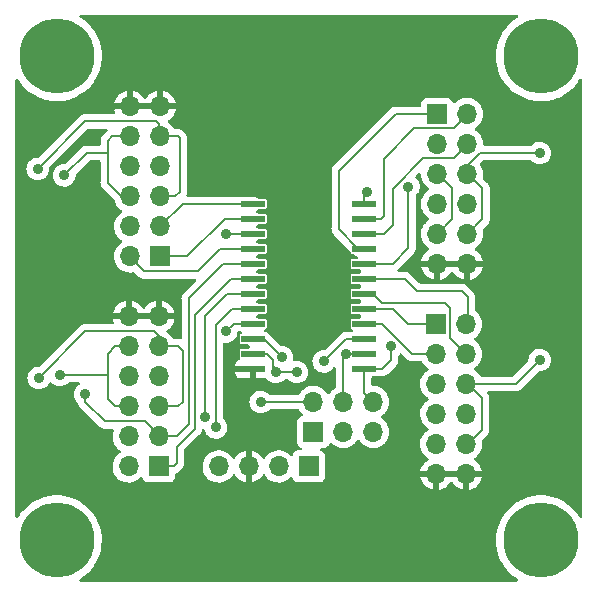
<source format=gtl>
%TF.GenerationSoftware,KiCad,Pcbnew,(6.0.1)*%
%TF.CreationDate,2022-05-17T18:17:59-04:00*%
%TF.ProjectId,I2C-RPT-08,4932432d-5250-4542-9d30-382e6b696361,2*%
%TF.SameCoordinates,Original*%
%TF.FileFunction,Copper,L1,Top*%
%TF.FilePolarity,Positive*%
%FSLAX46Y46*%
G04 Gerber Fmt 4.6, Leading zero omitted, Abs format (unit mm)*
G04 Created by KiCad (PCBNEW (6.0.1)) date 2022-05-17 18:17:59*
%MOMM*%
%LPD*%
G01*
G04 APERTURE LIST*
%TA.AperFunction,ComponentPad*%
%ADD10C,6.350000*%
%TD*%
%TA.AperFunction,ComponentPad*%
%ADD11R,1.700000X1.700000*%
%TD*%
%TA.AperFunction,ComponentPad*%
%ADD12O,1.700000X1.700000*%
%TD*%
%TA.AperFunction,SMDPad,CuDef*%
%ADD13R,2.000000X0.600000*%
%TD*%
%TA.AperFunction,ViaPad*%
%ADD14C,0.889000*%
%TD*%
%TA.AperFunction,Conductor*%
%ADD15C,0.203200*%
%TD*%
G04 APERTURE END LIST*
D10*
%TO.P,MTG1,1*%
%TO.N,N/C*%
X159000000Y-84000000D03*
%TD*%
%TO.P,MTG3,1*%
%TO.N,N/C*%
X200000000Y-84000000D03*
%TD*%
%TO.P,MTG2,1*%
%TO.N,N/C*%
X159000000Y-125000000D03*
%TD*%
%TO.P,MTG4,1*%
%TO.N,N/C*%
X200000000Y-125000000D03*
%TD*%
D11*
%TO.P,J1,1,P1*%
%TO.N,/SCL*%
X180340000Y-118745000D03*
D12*
%TO.P,J1,2,P2*%
%TO.N,/SDA*%
X177800000Y-118745000D03*
%TO.P,J1,3,P3*%
%TO.N,VCC*%
X175260000Y-118745000D03*
%TO.P,J1,4,P4*%
%TO.N,GND*%
X172720000Y-118745000D03*
%TD*%
D11*
%TO.P,H9,1,P1*%
%TO.N,GND*%
X180721000Y-115824000D03*
D12*
%TO.P,H9,2,P2*%
%TO.N,/A2*%
X180721000Y-113284000D03*
%TO.P,H9,3,P3*%
%TO.N,GND*%
X183261000Y-115824000D03*
%TO.P,H9,4,P4*%
%TO.N,/A1*%
X183261000Y-113284000D03*
%TO.P,H9,5,P5*%
%TO.N,GND*%
X185801000Y-115824000D03*
%TO.P,H9,6,P6*%
%TO.N,/A0*%
X185801000Y-113284000D03*
%TD*%
D13*
%TO.P,U1,1,A0*%
%TO.N,/A0*%
X185040000Y-110490000D03*
%TO.P,U1,2,A1*%
%TO.N,/A1*%
X185040000Y-109220000D03*
%TO.P,U1,3,~{RESET}*%
%TO.N,Net-(R1-Pad2)*%
X185040000Y-107950000D03*
%TO.P,U1,4,SD0*%
%TO.N,/SDA0*%
X185040000Y-106680000D03*
%TO.P,U1,5,SC0*%
%TO.N,/SCL0*%
X185040000Y-105410000D03*
%TO.P,U1,6,SD1*%
%TO.N,/SDA1*%
X185040000Y-104140000D03*
%TO.P,U1,7,SC1*%
%TO.N,/SCL1*%
X185040000Y-102870000D03*
%TO.P,U1,8,SD2*%
%TO.N,/SDA2*%
X185040000Y-101600000D03*
%TO.P,U1,9,SC2*%
%TO.N,/SCL2*%
X185040000Y-100330000D03*
%TO.P,U1,10,SD3*%
%TO.N,/SDA3*%
X185040000Y-99060000D03*
%TO.P,U1,11,SC3*%
%TO.N,/SCL3*%
X185040000Y-97790000D03*
%TO.P,U1,12,VSS*%
%TO.N,GND*%
X185040000Y-96520000D03*
%TO.P,U1,13,SD4*%
%TO.N,/SDA4*%
X175640000Y-96520000D03*
%TO.P,U1,14,SC4*%
%TO.N,/SCL4*%
X175640000Y-97790000D03*
%TO.P,U1,15,SD5*%
%TO.N,/SDA5*%
X175640000Y-99060000D03*
%TO.P,U1,16,SC5*%
%TO.N,/SCL5*%
X175640000Y-100330000D03*
%TO.P,U1,17,SD6*%
%TO.N,/SDA6*%
X175640000Y-101600000D03*
%TO.P,U1,18,SC6*%
%TO.N,/SCL6*%
X175640000Y-102870000D03*
%TO.P,U1,19,SD7*%
%TO.N,/SDA7*%
X175640000Y-104140000D03*
%TO.P,U1,20,SC7*%
%TO.N,/SCL7*%
X175640000Y-105410000D03*
%TO.P,U1,21,A2*%
%TO.N,/A2*%
X175640000Y-106680000D03*
%TO.P,U1,22,SCL*%
%TO.N,/SCL*%
X175640000Y-107950000D03*
%TO.P,U1,23,SDA*%
%TO.N,/SDA*%
X175640000Y-109220000D03*
%TO.P,U1,24,VDD*%
%TO.N,VCC*%
X175640000Y-110490000D03*
%TD*%
D11*
%TO.P,J3,1,Pin_1*%
%TO.N,/SCL2*%
X191200000Y-88900000D03*
D12*
%TO.P,J3,2,Pin_2*%
%TO.N,/SCL3*%
X193740000Y-88900000D03*
%TO.P,J3,3,Pin_3*%
%TO.N,/SDA2*%
X191200000Y-91440000D03*
%TO.P,J3,4,Pin_4*%
%TO.N,/SDA3*%
X193740000Y-91440000D03*
%TO.P,J3,5,Pin_5*%
%TO.N,/VC2*%
X191200000Y-93980000D03*
%TO.P,J3,6,Pin_6*%
%TO.N,/VC3*%
X193740000Y-93980000D03*
%TO.P,J3,7,Pin_7*%
%TO.N,GND*%
X191200000Y-96520000D03*
%TO.P,J3,8,Pin_8*%
X193740000Y-96520000D03*
%TO.P,J3,9,Pin_9*%
%TO.N,/VC2*%
X191200000Y-99060000D03*
%TO.P,J3,10,Pin_10*%
%TO.N,/VC3*%
X193740000Y-99060000D03*
%TO.P,J3,11,Pin_11*%
%TO.N,VCC*%
X191200000Y-101600000D03*
%TO.P,J3,12,Pin_12*%
X193740000Y-101600000D03*
%TD*%
D11*
%TO.P,J5,1,Pin_1*%
%TO.N,/SCL6*%
X167640000Y-118745000D03*
D12*
%TO.P,J5,2,Pin_2*%
%TO.N,/SCL7*%
X165100000Y-118745000D03*
%TO.P,J5,3,Pin_3*%
%TO.N,/SDA6*%
X167640000Y-116205000D03*
%TO.P,J5,4,Pin_4*%
%TO.N,/SDA7*%
X165100000Y-116205000D03*
%TO.P,J5,5,Pin_5*%
%TO.N,/VC6*%
X167640000Y-113665000D03*
%TO.P,J5,6,Pin_6*%
%TO.N,/VC7*%
X165100000Y-113665000D03*
%TO.P,J5,7,Pin_7*%
%TO.N,GND*%
X167640000Y-111125000D03*
%TO.P,J5,8,Pin_8*%
X165100000Y-111125000D03*
%TO.P,J5,9,Pin_9*%
%TO.N,/VC6*%
X167640000Y-108585000D03*
%TO.P,J5,10,Pin_10*%
%TO.N,/VC7*%
X165100000Y-108585000D03*
%TO.P,J5,11,Pin_11*%
%TO.N,VCC*%
X167640000Y-106045000D03*
%TO.P,J5,12,Pin_12*%
X165100000Y-106045000D03*
%TD*%
D11*
%TO.P,J2,1,Pin_1*%
%TO.N,/SCL0*%
X191135000Y-106680000D03*
D12*
%TO.P,J2,2,Pin_2*%
%TO.N,/SCL1*%
X193675000Y-106680000D03*
%TO.P,J2,3,Pin_3*%
%TO.N,/SDA0*%
X191135000Y-109220000D03*
%TO.P,J2,4,Pin_4*%
%TO.N,/SDA1*%
X193675000Y-109220000D03*
%TO.P,J2,5,Pin_5*%
%TO.N,/VC0*%
X191135000Y-111760000D03*
%TO.P,J2,6,Pin_6*%
%TO.N,/VC1*%
X193675000Y-111760000D03*
%TO.P,J2,7,Pin_7*%
%TO.N,GND*%
X191135000Y-114300000D03*
%TO.P,J2,8,Pin_8*%
X193675000Y-114300000D03*
%TO.P,J2,9,Pin_9*%
%TO.N,/VC0*%
X191135000Y-116840000D03*
%TO.P,J2,10,Pin_10*%
%TO.N,/VC1*%
X193675000Y-116840000D03*
%TO.P,J2,11,Pin_11*%
%TO.N,VCC*%
X191135000Y-119380000D03*
%TO.P,J2,12,Pin_12*%
X193675000Y-119380000D03*
%TD*%
D11*
%TO.P,J4,1,Pin_1*%
%TO.N,/SCL4*%
X167767000Y-100965000D03*
D12*
%TO.P,J4,2,Pin_2*%
%TO.N,/SCL5*%
X165227000Y-100965000D03*
%TO.P,J4,3,Pin_3*%
%TO.N,/SDA4*%
X167767000Y-98425000D03*
%TO.P,J4,4,Pin_4*%
%TO.N,/SDA5*%
X165227000Y-98425000D03*
%TO.P,J4,5,Pin_5*%
%TO.N,/VC4*%
X167767000Y-95885000D03*
%TO.P,J4,6,Pin_6*%
%TO.N,/VC5*%
X165227000Y-95885000D03*
%TO.P,J4,7,Pin_7*%
%TO.N,GND*%
X167767000Y-93345000D03*
%TO.P,J4,8,Pin_8*%
X165227000Y-93345000D03*
%TO.P,J4,9,Pin_9*%
%TO.N,/VC4*%
X167767000Y-90805000D03*
%TO.P,J4,10,Pin_10*%
%TO.N,/VC5*%
X165227000Y-90805000D03*
%TO.P,J4,11,Pin_11*%
%TO.N,VCC*%
X167767000Y-88265000D03*
%TO.P,J4,12,Pin_12*%
X165227000Y-88265000D03*
%TD*%
D14*
%TO.N,GND*%
X185293000Y-95504000D03*
%TO.N,/SDA2*%
X188779403Y-95053403D03*
%TO.N,VCC*%
X179705000Y-102235000D03*
%TO.N,/SDA5*%
X173355000Y-99060000D03*
%TO.N,/SDA6*%
X161417000Y-112649000D03*
%TO.N,/SDA7*%
X171577000Y-114554000D03*
%TO.N,/VC1*%
X199898000Y-109728000D03*
%TO.N,/VC3*%
X199898000Y-92202000D03*
%TO.N,/VC4*%
X157400000Y-93552000D03*
%TO.N,/VC5*%
X159639000Y-94107000D03*
%TO.N,/VC6*%
X157480000Y-111252000D03*
%TO.N,/VC7*%
X159258000Y-110998000D03*
%TO.N,Net-(R1-Pad2)*%
X181610000Y-109855000D03*
%TO.N,/A2*%
X176276000Y-113284000D03*
X173355000Y-107315000D03*
%TO.N,/A1*%
X183515000Y-109220000D03*
%TO.N,/A0*%
X187325000Y-108585000D03*
%TO.N,/SCL*%
X178054000Y-109474000D03*
%TO.N,/SDA*%
X177546000Y-110744000D03*
X179324000Y-110744000D03*
%TO.N,/SCL7*%
X172466000Y-115443000D03*
%TD*%
D15*
%TO.N,GND*%
X185040000Y-95757000D02*
X185293000Y-95504000D01*
X185040000Y-96520000D02*
X185040000Y-95757000D01*
%TO.N,/SDA0*%
X189090822Y-109220000D02*
X186550822Y-106680000D01*
X186550822Y-106680000D02*
X185040000Y-106680000D01*
X190500000Y-109220000D02*
X189090822Y-109220000D01*
%TO.N,/SDA1*%
X193675000Y-109220000D02*
X192340111Y-107885111D01*
X192340111Y-107885111D02*
X192340111Y-105347889D01*
X185040000Y-104140000D02*
X185740000Y-104140000D01*
X186502000Y-104902000D02*
X191894222Y-104902000D01*
X192340111Y-105347889D02*
X191894222Y-104902000D01*
X185740000Y-104140000D02*
X186502000Y-104902000D01*
%TO.N,/SDA2*%
X188779403Y-100272597D02*
X188779403Y-95053403D01*
X185040000Y-101600000D02*
X187452000Y-101600000D01*
X187452000Y-101600000D02*
X188779403Y-100272597D01*
%TO.N,/SDA3*%
X192634889Y-92645111D02*
X193840000Y-91440000D01*
X187452000Y-95250000D02*
X190056889Y-92645111D01*
X187452000Y-98298000D02*
X187452000Y-95250000D01*
X190056889Y-92645111D02*
X192634889Y-92645111D01*
X186690000Y-99060000D02*
X187452000Y-98298000D01*
X185040000Y-99060000D02*
X186690000Y-99060000D01*
%TO.N,/SDA4*%
X167767000Y-98425000D02*
X169672000Y-96520000D01*
X169672000Y-96520000D02*
X175640000Y-96520000D01*
%TO.N,/SDA5*%
X175640000Y-99060000D02*
X173355000Y-99060000D01*
%TO.N,/SDA6*%
X173101000Y-101600000D02*
X170180000Y-104521000D01*
X170180000Y-104521000D02*
X170180000Y-115189000D01*
X170180000Y-115189000D02*
X169164000Y-116205000D01*
X169164000Y-116205000D02*
X167640000Y-116205000D01*
X167640000Y-116078000D02*
X166497000Y-114935000D01*
X166497000Y-114935000D02*
X163068000Y-114935000D01*
X163068000Y-114935000D02*
X161417000Y-113284000D01*
X161417000Y-113284000D02*
X161417000Y-112649000D01*
X167640000Y-116205000D02*
X167640000Y-116078000D01*
X175640000Y-101600000D02*
X173101000Y-101600000D01*
%TO.N,/SDA7*%
X173431202Y-104140000D02*
X171577000Y-105994202D01*
X171577000Y-105994202D02*
X171577000Y-114554000D01*
X175640000Y-104140000D02*
X173431202Y-104140000D01*
%TO.N,/VC1*%
X195007111Y-112965111D02*
X193802000Y-111760000D01*
X195007111Y-115654889D02*
X195007111Y-112965111D01*
X193675000Y-111760000D02*
X197866000Y-111760000D01*
X197866000Y-111760000D02*
X199898000Y-109728000D01*
X193802000Y-116860000D02*
X195007111Y-115654889D01*
%TO.N,/VC2*%
X192505111Y-95185111D02*
X191300000Y-93980000D01*
X192505111Y-97836889D02*
X192505111Y-95185111D01*
X191262000Y-99080000D02*
X192505111Y-97836889D01*
%TO.N,/VC3*%
X193802000Y-99080000D02*
X195045111Y-97836889D01*
X193040000Y-93980000D02*
X194818000Y-92202000D01*
X194818000Y-92202000D02*
X199898000Y-92202000D01*
X195045111Y-95185111D02*
X193840000Y-93980000D01*
X195045111Y-97836889D02*
X195045111Y-95185111D01*
%TO.N,/VC4*%
X169037000Y-95885000D02*
X169418000Y-95504000D01*
X169418000Y-95504000D02*
X169418000Y-90932000D01*
X169418000Y-90932000D02*
X169291000Y-90805000D01*
X169291000Y-90805000D02*
X167640000Y-90805000D01*
X157400000Y-93552000D02*
X161417000Y-89535000D01*
X161417000Y-89535000D02*
X167386000Y-89535000D01*
X167386000Y-89535000D02*
X167640000Y-89789000D01*
X167640000Y-89789000D02*
X167640000Y-90805000D01*
X167640000Y-95885000D02*
X169037000Y-95885000D01*
%TO.N,/VC5*%
X164465000Y-95885000D02*
X163322000Y-94742000D01*
X163322000Y-94742000D02*
X163322000Y-92202000D01*
X163322000Y-91186000D02*
X163703000Y-90805000D01*
X163703000Y-90805000D02*
X165100000Y-90805000D01*
X163322000Y-92202000D02*
X163322000Y-91186000D01*
X159639000Y-94107000D02*
X161544000Y-92202000D01*
X161544000Y-92202000D02*
X163322000Y-92202000D01*
X165100000Y-95885000D02*
X164465000Y-95885000D01*
%TO.N,/VC6*%
X169291000Y-113665000D02*
X169672000Y-113284000D01*
X169672000Y-113284000D02*
X169672000Y-108966000D01*
X169672000Y-108966000D02*
X169291000Y-108585000D01*
X169291000Y-108585000D02*
X167640000Y-108585000D01*
X157480000Y-111252000D02*
X161417000Y-107315000D01*
X161417000Y-107315000D02*
X167259000Y-107315000D01*
X167259000Y-107315000D02*
X167640000Y-107696000D01*
X167640000Y-107696000D02*
X167640000Y-108585000D01*
X167640000Y-113665000D02*
X169291000Y-113665000D01*
%TO.N,/VC7*%
X163957000Y-108585000D02*
X163322000Y-109220000D01*
X163322000Y-109220000D02*
X163322000Y-110998000D01*
X163322000Y-113030000D02*
X163957000Y-113665000D01*
X163957000Y-113665000D02*
X165100000Y-113665000D01*
X159258000Y-110998000D02*
X163322000Y-110998000D01*
X163322000Y-110998000D02*
X163322000Y-113030000D01*
X165100000Y-108585000D02*
X163957000Y-108585000D01*
%TO.N,Net-(R1-Pad2)*%
X181610000Y-109855000D02*
X183515000Y-107950000D01*
X183515000Y-107950000D02*
X185040000Y-107950000D01*
%TO.N,/A2*%
X173990000Y-106680000D02*
X173355000Y-107315000D01*
X175640000Y-106680000D02*
X173990000Y-106680000D01*
X180721000Y-113284000D02*
X176276000Y-113284000D01*
%TO.N,/A1*%
X183261000Y-109474000D02*
X183515000Y-109220000D01*
X185040000Y-109220000D02*
X183515000Y-109220000D01*
X183261000Y-113284000D02*
X183261000Y-109474000D01*
%TO.N,/A0*%
X186563000Y-110490000D02*
X187325000Y-109728000D01*
X187325000Y-109728000D02*
X187325000Y-108585000D01*
X185040000Y-112523000D02*
X185801000Y-113284000D01*
X185040000Y-110490000D02*
X186563000Y-110490000D01*
X185040000Y-110490000D02*
X185040000Y-112523000D01*
%TO.N,/SCL*%
X176530000Y-107950000D02*
X178054000Y-109474000D01*
X175640000Y-107950000D02*
X176530000Y-107950000D01*
%TO.N,/SDA*%
X176784000Y-109220000D02*
X177292000Y-109728000D01*
X177292000Y-110236000D02*
X177800000Y-110744000D01*
X177800000Y-110744000D02*
X179324000Y-110744000D01*
X177546000Y-110744000D02*
X177292000Y-110490000D01*
X177292000Y-110490000D02*
X177292000Y-109728000D01*
X175640000Y-109220000D02*
X176784000Y-109220000D01*
%TO.N,/SCL0*%
X187452000Y-105410000D02*
X188722000Y-106680000D01*
X188722000Y-106680000D02*
X190500000Y-106680000D01*
X185040000Y-105410000D02*
X187452000Y-105410000D01*
%TO.N,/SCL1*%
X189484000Y-103886000D02*
X193294000Y-103886000D01*
X185040000Y-102870000D02*
X188468000Y-102870000D01*
X193294000Y-103886000D02*
X193802000Y-104394000D01*
X188468000Y-102870000D02*
X189484000Y-103886000D01*
X193802000Y-104394000D02*
X193802000Y-106680000D01*
%TO.N,/SCL2*%
X187706000Y-88900000D02*
X191300000Y-88900000D01*
X182880000Y-93726000D02*
X187706000Y-88900000D01*
X184553778Y-100330000D02*
X182880000Y-98656222D01*
X182880000Y-98656222D02*
X182880000Y-93726000D01*
X185040000Y-100330000D02*
X184553778Y-100330000D01*
%TO.N,/SCL3*%
X186690000Y-97536000D02*
X186436000Y-97790000D01*
X189274500Y-90125500D02*
X186690000Y-92710000D01*
X186436000Y-97790000D02*
X185040000Y-97790000D01*
X192614500Y-90125500D02*
X189274500Y-90125500D01*
X193840000Y-88900000D02*
X192614500Y-90125500D01*
X186690000Y-92710000D02*
X186690000Y-97536000D01*
%TO.N,/SCL4*%
X173228000Y-97790000D02*
X170053000Y-100965000D01*
X170053000Y-100965000D02*
X167640000Y-100965000D01*
X175640000Y-97790000D02*
X173228000Y-97790000D01*
%TO.N,/SCL5*%
X172847000Y-100330000D02*
X170942000Y-102235000D01*
X170942000Y-102235000D02*
X166370000Y-102235000D01*
X165100000Y-100965000D02*
X166370000Y-102235000D01*
X175640000Y-100330000D02*
X172847000Y-100330000D01*
%TO.N,/SCL6*%
X173736000Y-102870000D02*
X170688000Y-105918000D01*
X170688000Y-105918000D02*
X170688000Y-115570000D01*
X168910000Y-118745000D02*
X169164000Y-118491000D01*
X169164000Y-118491000D02*
X169164000Y-117094000D01*
X169164000Y-117094000D02*
X170688000Y-115570000D01*
X175640000Y-102870000D02*
X173736000Y-102870000D01*
X167640000Y-118745000D02*
X168910000Y-118745000D01*
%TO.N,/SCL7*%
X173863000Y-105410000D02*
X172466000Y-106807000D01*
X172466000Y-106807000D02*
X172466000Y-115443000D01*
X175640000Y-105410000D02*
X173863000Y-105410000D01*
%TD*%
%TA.AperFunction,Conductor*%
%TO.N,VCC*%
G36*
X198020254Y-80528002D02*
G01*
X198066747Y-80581658D01*
X198076851Y-80651932D01*
X198047357Y-80716512D01*
X198013027Y-80744309D01*
X197989454Y-80757322D01*
X197986833Y-80759137D01*
X197986828Y-80759140D01*
X197692286Y-80963090D01*
X197672054Y-80977100D01*
X197378488Y-81227829D01*
X197376288Y-81230131D01*
X197376285Y-81230134D01*
X197369727Y-81236997D01*
X197111763Y-81506941D01*
X197109806Y-81509454D01*
X197109805Y-81509456D01*
X197105703Y-81514726D01*
X196874610Y-81811578D01*
X196872914Y-81814282D01*
X196872911Y-81814286D01*
X196744749Y-82018594D01*
X196669456Y-82138622D01*
X196498402Y-82484723D01*
X196497288Y-82487704D01*
X196497287Y-82487705D01*
X196493829Y-82496955D01*
X196363199Y-82846339D01*
X196362391Y-82849418D01*
X196362389Y-82849425D01*
X196266102Y-83216448D01*
X196265232Y-83219766D01*
X196205504Y-83601182D01*
X196205333Y-83604348D01*
X196205332Y-83604353D01*
X196187932Y-83925630D01*
X196184626Y-83986682D01*
X196202812Y-84372318D01*
X196259876Y-84754141D01*
X196355234Y-85128244D01*
X196487909Y-85490794D01*
X196656542Y-85838082D01*
X196658214Y-85840789D01*
X196658215Y-85840791D01*
X196782731Y-86042398D01*
X196859408Y-86166549D01*
X196861340Y-86169067D01*
X196861347Y-86169077D01*
X197092488Y-86470306D01*
X197094429Y-86472835D01*
X197359199Y-86753802D01*
X197361604Y-86755886D01*
X197361610Y-86755891D01*
X197565806Y-86932771D01*
X197651007Y-87006574D01*
X197966865Y-87228563D01*
X198007229Y-87251214D01*
X198293260Y-87411727D01*
X198303540Y-87417496D01*
X198306455Y-87418763D01*
X198306458Y-87418765D01*
X198451363Y-87481771D01*
X198657584Y-87571439D01*
X199025373Y-87688815D01*
X199230694Y-87732083D01*
X199400021Y-87767766D01*
X199400026Y-87767767D01*
X199403140Y-87768423D01*
X199787019Y-87809448D01*
X199790206Y-87809465D01*
X199790212Y-87809465D01*
X199965550Y-87810383D01*
X200173078Y-87811469D01*
X200277514Y-87801413D01*
X200554181Y-87774774D01*
X200554189Y-87774773D01*
X200557365Y-87774467D01*
X200935945Y-87698819D01*
X201202749Y-87616739D01*
X201301898Y-87586237D01*
X201301902Y-87586235D01*
X201304943Y-87585300D01*
X201307878Y-87584060D01*
X201307884Y-87584058D01*
X201465868Y-87517323D01*
X201660579Y-87435074D01*
X201999214Y-87249676D01*
X202317380Y-87031007D01*
X202319819Y-87028939D01*
X202319825Y-87028934D01*
X202609379Y-86783375D01*
X202609387Y-86783367D01*
X202611819Y-86781305D01*
X202614027Y-86779010D01*
X202614035Y-86779003D01*
X202877302Y-86505428D01*
X202877304Y-86505425D01*
X202879517Y-86503126D01*
X203117732Y-86199318D01*
X203259497Y-85975069D01*
X203312805Y-85928178D01*
X203383001Y-85917550D01*
X203447800Y-85946561D01*
X203486628Y-86005999D01*
X203492000Y-86042398D01*
X203492000Y-122958378D01*
X203471998Y-123026499D01*
X203418342Y-123072992D01*
X203348068Y-123083096D01*
X203283488Y-123053602D01*
X203259030Y-123024961D01*
X203134696Y-122825210D01*
X203133010Y-122822501D01*
X202896921Y-122517038D01*
X202631172Y-122236997D01*
X202338484Y-121985245D01*
X202326809Y-121977100D01*
X202024465Y-121766183D01*
X202021852Y-121764360D01*
X201684520Y-121576603D01*
X201681600Y-121575345D01*
X201681595Y-121575343D01*
X201332875Y-121425160D01*
X201332865Y-121425156D01*
X201329941Y-121423897D01*
X200961745Y-121307805D01*
X200691670Y-121251875D01*
X200586827Y-121230163D01*
X200586824Y-121230163D01*
X200583702Y-121229516D01*
X200303113Y-121200520D01*
X200202838Y-121190158D01*
X200202835Y-121190158D01*
X200199682Y-121189832D01*
X200196515Y-121189826D01*
X200196506Y-121189826D01*
X200006286Y-121189494D01*
X199813619Y-121189158D01*
X199661470Y-121204345D01*
X199432636Y-121227185D01*
X199432630Y-121227186D01*
X199429463Y-121227502D01*
X199232976Y-121267478D01*
X199054274Y-121303835D01*
X199054270Y-121303836D01*
X199051149Y-121304471D01*
X199048107Y-121305418D01*
X199048101Y-121305420D01*
X198895602Y-121352918D01*
X198682550Y-121419277D01*
X198577191Y-121464216D01*
X198330370Y-121569494D01*
X198330366Y-121569496D01*
X198327440Y-121570744D01*
X198324661Y-121572278D01*
X198324655Y-121572281D01*
X198033207Y-121733169D01*
X197989454Y-121757322D01*
X197986833Y-121759137D01*
X197986828Y-121759140D01*
X197976657Y-121766183D01*
X197672054Y-121977100D01*
X197378488Y-122227829D01*
X197376288Y-122230131D01*
X197376285Y-122230134D01*
X197369727Y-122236997D01*
X197111763Y-122506941D01*
X197109806Y-122509454D01*
X197109805Y-122509456D01*
X197105703Y-122514726D01*
X196874610Y-122811578D01*
X196872914Y-122814282D01*
X196872911Y-122814286D01*
X196782738Y-122958034D01*
X196669456Y-123138622D01*
X196498402Y-123484723D01*
X196497288Y-123487704D01*
X196497287Y-123487705D01*
X196493829Y-123496955D01*
X196363199Y-123846339D01*
X196362391Y-123849418D01*
X196362389Y-123849425D01*
X196266040Y-124216686D01*
X196265232Y-124219766D01*
X196205504Y-124601182D01*
X196205333Y-124604348D01*
X196205332Y-124604353D01*
X196187932Y-124925630D01*
X196184626Y-124986682D01*
X196202812Y-125372318D01*
X196259876Y-125754141D01*
X196355234Y-126128244D01*
X196487909Y-126490794D01*
X196656542Y-126838082D01*
X196658214Y-126840789D01*
X196658215Y-126840791D01*
X196678104Y-126872993D01*
X196859408Y-127166549D01*
X196861340Y-127169067D01*
X196861347Y-127169077D01*
X197092488Y-127470306D01*
X197094429Y-127472835D01*
X197359199Y-127753802D01*
X197361604Y-127755886D01*
X197361610Y-127755891D01*
X197648600Y-128004489D01*
X197651007Y-128006574D01*
X197966865Y-128228563D01*
X197969640Y-128230120D01*
X198015969Y-128256119D01*
X198065587Y-128306900D01*
X198079873Y-128376444D01*
X198054294Y-128442672D01*
X197996969Y-128484558D01*
X197954307Y-128492000D01*
X161049121Y-128492000D01*
X160981000Y-128471998D01*
X160934507Y-128418342D01*
X160924403Y-128348068D01*
X160953897Y-128283488D01*
X160988610Y-128255481D01*
X160999214Y-128249676D01*
X161317380Y-128031007D01*
X161319819Y-128028939D01*
X161319825Y-128028934D01*
X161609379Y-127783375D01*
X161609387Y-127783367D01*
X161611819Y-127781305D01*
X161614027Y-127779010D01*
X161614035Y-127779003D01*
X161877302Y-127505428D01*
X161877304Y-127505425D01*
X161879517Y-127503126D01*
X162117732Y-127199318D01*
X162178867Y-127102612D01*
X162322325Y-126875686D01*
X162322329Y-126875679D01*
X162324027Y-126872993D01*
X162325444Y-126870150D01*
X162325449Y-126870142D01*
X162494868Y-126530338D01*
X162496288Y-126527490D01*
X162632752Y-126166349D01*
X162643713Y-126125157D01*
X162731200Y-125796351D01*
X162732021Y-125793266D01*
X162793081Y-125412060D01*
X162794165Y-125393272D01*
X162815206Y-125028330D01*
X162815304Y-125026636D01*
X162815397Y-125000000D01*
X162815312Y-124998317D01*
X162796026Y-124617603D01*
X162796025Y-124617598D01*
X162795865Y-124614430D01*
X162737468Y-124232808D01*
X162640806Y-123859041D01*
X162637249Y-123849425D01*
X162507975Y-123499952D01*
X162507972Y-123499946D01*
X162506866Y-123496955D01*
X162337021Y-123150259D01*
X162331559Y-123141483D01*
X162134696Y-122825210D01*
X162133010Y-122822501D01*
X161896921Y-122517038D01*
X161631172Y-122236997D01*
X161338484Y-121985245D01*
X161326809Y-121977100D01*
X161024465Y-121766183D01*
X161021852Y-121764360D01*
X160684520Y-121576603D01*
X160681600Y-121575345D01*
X160681595Y-121575343D01*
X160332875Y-121425160D01*
X160332865Y-121425156D01*
X160329941Y-121423897D01*
X159961745Y-121307805D01*
X159691670Y-121251875D01*
X159586827Y-121230163D01*
X159586824Y-121230163D01*
X159583702Y-121229516D01*
X159303113Y-121200520D01*
X159202838Y-121190158D01*
X159202835Y-121190158D01*
X159199682Y-121189832D01*
X159196515Y-121189826D01*
X159196506Y-121189826D01*
X159006286Y-121189494D01*
X158813619Y-121189158D01*
X158661470Y-121204345D01*
X158432636Y-121227185D01*
X158432630Y-121227186D01*
X158429463Y-121227502D01*
X158232976Y-121267478D01*
X158054274Y-121303835D01*
X158054270Y-121303836D01*
X158051149Y-121304471D01*
X158048107Y-121305418D01*
X158048101Y-121305420D01*
X157895602Y-121352918D01*
X157682550Y-121419277D01*
X157577191Y-121464216D01*
X157330370Y-121569494D01*
X157330366Y-121569496D01*
X157327440Y-121570744D01*
X157324661Y-121572278D01*
X157324655Y-121572281D01*
X157033207Y-121733169D01*
X156989454Y-121757322D01*
X156986833Y-121759137D01*
X156986828Y-121759140D01*
X156976657Y-121766183D01*
X156672054Y-121977100D01*
X156378488Y-122227829D01*
X156376288Y-122230131D01*
X156376285Y-122230134D01*
X156369727Y-122236997D01*
X156111763Y-122506941D01*
X156109806Y-122509454D01*
X156109805Y-122509456D01*
X156105703Y-122514726D01*
X155874610Y-122811578D01*
X155872914Y-122814282D01*
X155872911Y-122814286D01*
X155740737Y-123024990D01*
X155687594Y-123072068D01*
X155617435Y-123082940D01*
X155552535Y-123054156D01*
X155513500Y-122994854D01*
X155508000Y-122958034D01*
X155508000Y-105779183D01*
X163764389Y-105779183D01*
X163765912Y-105787607D01*
X163778292Y-105791000D01*
X164827885Y-105791000D01*
X164843124Y-105786525D01*
X164844329Y-105785135D01*
X164846000Y-105777452D01*
X164846000Y-105772885D01*
X165354000Y-105772885D01*
X165358475Y-105788124D01*
X165359865Y-105789329D01*
X165367548Y-105791000D01*
X167367885Y-105791000D01*
X167383124Y-105786525D01*
X167384329Y-105785135D01*
X167386000Y-105777452D01*
X167386000Y-105772885D01*
X167894000Y-105772885D01*
X167898475Y-105788124D01*
X167899865Y-105789329D01*
X167907548Y-105791000D01*
X168958344Y-105791000D01*
X168971875Y-105787027D01*
X168973180Y-105777947D01*
X168931214Y-105610875D01*
X168927894Y-105601124D01*
X168842972Y-105405814D01*
X168838105Y-105396739D01*
X168722426Y-105217926D01*
X168716136Y-105209757D01*
X168572806Y-105052240D01*
X168565273Y-105045215D01*
X168398139Y-104913222D01*
X168389552Y-104907517D01*
X168203117Y-104804599D01*
X168193705Y-104800369D01*
X167992959Y-104729280D01*
X167982988Y-104726646D01*
X167911837Y-104713972D01*
X167898540Y-104715432D01*
X167894000Y-104729989D01*
X167894000Y-105772885D01*
X167386000Y-105772885D01*
X167386000Y-104728102D01*
X167382082Y-104714758D01*
X167367806Y-104712771D01*
X167329324Y-104718660D01*
X167319288Y-104721051D01*
X167116868Y-104787212D01*
X167107359Y-104791209D01*
X166918463Y-104889542D01*
X166909738Y-104895036D01*
X166739433Y-105022905D01*
X166731726Y-105029748D01*
X166584590Y-105183717D01*
X166578104Y-105191727D01*
X166473193Y-105345521D01*
X166418282Y-105390524D01*
X166347757Y-105398695D01*
X166284010Y-105367441D01*
X166263313Y-105342957D01*
X166182427Y-105217926D01*
X166176136Y-105209757D01*
X166032806Y-105052240D01*
X166025273Y-105045215D01*
X165858139Y-104913222D01*
X165849552Y-104907517D01*
X165663117Y-104804599D01*
X165653705Y-104800369D01*
X165452959Y-104729280D01*
X165442988Y-104726646D01*
X165371837Y-104713972D01*
X165358540Y-104715432D01*
X165354000Y-104729989D01*
X165354000Y-105772885D01*
X164846000Y-105772885D01*
X164846000Y-104728102D01*
X164842082Y-104714758D01*
X164827806Y-104712771D01*
X164789324Y-104718660D01*
X164779288Y-104721051D01*
X164576868Y-104787212D01*
X164567359Y-104791209D01*
X164378463Y-104889542D01*
X164369738Y-104895036D01*
X164199433Y-105022905D01*
X164191726Y-105029748D01*
X164044590Y-105183717D01*
X164038104Y-105191727D01*
X163918098Y-105367649D01*
X163913000Y-105376623D01*
X163823338Y-105569783D01*
X163819775Y-105579470D01*
X163764389Y-105779183D01*
X155508000Y-105779183D01*
X155508000Y-93538630D01*
X156442482Y-93538630D01*
X156442998Y-93544774D01*
X156457257Y-93714575D01*
X156458121Y-93724867D01*
X156509636Y-93904520D01*
X156547682Y-93978550D01*
X156583389Y-94048028D01*
X156595064Y-94070746D01*
X156598887Y-94075570D01*
X156598890Y-94075574D01*
X156663628Y-94157252D01*
X156711152Y-94217212D01*
X156715846Y-94221207D01*
X156830679Y-94318938D01*
X156853478Y-94338342D01*
X157016621Y-94429519D01*
X157194367Y-94487272D01*
X157379945Y-94509401D01*
X157386080Y-94508929D01*
X157386082Y-94508929D01*
X157443952Y-94504476D01*
X157566287Y-94495063D01*
X157746296Y-94444804D01*
X157751785Y-94442031D01*
X157751791Y-94442029D01*
X157829159Y-94402947D01*
X157913114Y-94360538D01*
X157941524Y-94338342D01*
X157977278Y-94310407D01*
X158060387Y-94245475D01*
X158064413Y-94240811D01*
X158064416Y-94240808D01*
X158178480Y-94108663D01*
X158182507Y-94103998D01*
X158252947Y-93980000D01*
X158271778Y-93946852D01*
X158271779Y-93946851D01*
X158274821Y-93941495D01*
X158285997Y-93907901D01*
X158331867Y-93770009D01*
X158333814Y-93764157D01*
X158341075Y-93706684D01*
X158356796Y-93582241D01*
X158356797Y-93582232D01*
X158357238Y-93578738D01*
X158357611Y-93552000D01*
X158356995Y-93545720D01*
X158354958Y-93524939D01*
X158368218Y-93455192D01*
X158391262Y-93423550D01*
X161632807Y-90182005D01*
X161695119Y-90147979D01*
X161721902Y-90145100D01*
X163190603Y-90145100D01*
X163258724Y-90165102D01*
X163305217Y-90218758D01*
X163315321Y-90289032D01*
X163285827Y-90353612D01*
X163284694Y-90354791D01*
X163282038Y-90356721D01*
X163259385Y-90384104D01*
X163255031Y-90389367D01*
X163247041Y-90398147D01*
X162944108Y-90701080D01*
X162936295Y-90708190D01*
X162930017Y-90712174D01*
X162924591Y-90717953D01*
X162924590Y-90717953D01*
X162885170Y-90759931D01*
X162882415Y-90762773D01*
X162863453Y-90781735D01*
X162861027Y-90784862D01*
X162860462Y-90785503D01*
X162853494Y-90793661D01*
X162824496Y-90824542D01*
X162815272Y-90841319D01*
X162804425Y-90857832D01*
X162797548Y-90866698D01*
X162797545Y-90866703D01*
X162792687Y-90872966D01*
X162775862Y-90911847D01*
X162770646Y-90922495D01*
X162750235Y-90959622D01*
X162747749Y-90969305D01*
X162745475Y-90978161D01*
X162739074Y-90996859D01*
X162731468Y-91014435D01*
X162730228Y-91022266D01*
X162724842Y-91056274D01*
X162722435Y-91067897D01*
X162711900Y-91108926D01*
X162711900Y-91128064D01*
X162710349Y-91147774D01*
X162707354Y-91166684D01*
X162708100Y-91174575D01*
X162711341Y-91208861D01*
X162711900Y-91220719D01*
X162711900Y-91465900D01*
X162691898Y-91534021D01*
X162638242Y-91580514D01*
X162585900Y-91591900D01*
X161619681Y-91591900D01*
X161609132Y-91591403D01*
X161601872Y-91589780D01*
X161593946Y-91590029D01*
X161593945Y-91590029D01*
X161536387Y-91591838D01*
X161532429Y-91591900D01*
X161505617Y-91591900D01*
X161501691Y-91592396D01*
X161500835Y-91592450D01*
X161490145Y-91593292D01*
X161447801Y-91594622D01*
X161429904Y-91599822D01*
X161429414Y-91599964D01*
X161410057Y-91603972D01*
X161398935Y-91605377D01*
X161398934Y-91605377D01*
X161391068Y-91606371D01*
X161383692Y-91609291D01*
X161383693Y-91609291D01*
X161351682Y-91621964D01*
X161340455Y-91625808D01*
X161307387Y-91635416D01*
X161307384Y-91635417D01*
X161299775Y-91637628D01*
X161283302Y-91647370D01*
X161265550Y-91656066D01*
X161255119Y-91660196D01*
X161255114Y-91660199D01*
X161247746Y-91663116D01*
X161241332Y-91667776D01*
X161213476Y-91688015D01*
X161203565Y-91694526D01*
X161167094Y-91716094D01*
X161153562Y-91729626D01*
X161138530Y-91742465D01*
X161123038Y-91753721D01*
X161117985Y-91759829D01*
X161096031Y-91786367D01*
X161088041Y-91795147D01*
X159767895Y-93115293D01*
X159705583Y-93149319D01*
X159665631Y-93151508D01*
X159651815Y-93150056D01*
X159651812Y-93150056D01*
X159645685Y-93149412D01*
X159527087Y-93160206D01*
X159465703Y-93165792D01*
X159465702Y-93165792D01*
X159459562Y-93166351D01*
X159453648Y-93168092D01*
X159453646Y-93168092D01*
X159431001Y-93174757D01*
X159280273Y-93219119D01*
X159114647Y-93305705D01*
X158968995Y-93422813D01*
X158848862Y-93565981D01*
X158845899Y-93571370D01*
X158845896Y-93571375D01*
X158803263Y-93648926D01*
X158758826Y-93729757D01*
X158756965Y-93735624D01*
X158756964Y-93735626D01*
X158746975Y-93767115D01*
X158702315Y-93907901D01*
X158681482Y-94093630D01*
X158681998Y-94099774D01*
X158695129Y-94256143D01*
X158697121Y-94279867D01*
X158748636Y-94459520D01*
X158770392Y-94501852D01*
X158830799Y-94619392D01*
X158834064Y-94625746D01*
X158837887Y-94630570D01*
X158837890Y-94630574D01*
X158930495Y-94747411D01*
X158950152Y-94772212D01*
X158954846Y-94776207D01*
X159085103Y-94887065D01*
X159092478Y-94893342D01*
X159255621Y-94984519D01*
X159433367Y-95042272D01*
X159618945Y-95064401D01*
X159625080Y-95063929D01*
X159625082Y-95063929D01*
X159681119Y-95059617D01*
X159805287Y-95050063D01*
X159985296Y-94999804D01*
X159990785Y-94997031D01*
X159990791Y-94997029D01*
X160076095Y-94953938D01*
X160152114Y-94915538D01*
X160163487Y-94906653D01*
X160213725Y-94867402D01*
X160299387Y-94800475D01*
X160303413Y-94795811D01*
X160303416Y-94795808D01*
X160383780Y-94702705D01*
X160421507Y-94658998D01*
X160503929Y-94513909D01*
X160510778Y-94501852D01*
X160510779Y-94501851D01*
X160513821Y-94496495D01*
X160516219Y-94489288D01*
X160548441Y-94392425D01*
X160572814Y-94319157D01*
X160579916Y-94262939D01*
X160595796Y-94137241D01*
X160595797Y-94137232D01*
X160596238Y-94133738D01*
X160596611Y-94107000D01*
X160596269Y-94103510D01*
X160593958Y-94079939D01*
X160607218Y-94010192D01*
X160630262Y-93978550D01*
X161759807Y-92849005D01*
X161822119Y-92814979D01*
X161848902Y-92812100D01*
X162585900Y-92812100D01*
X162654021Y-92832102D01*
X162700514Y-92885758D01*
X162711900Y-92938100D01*
X162711900Y-94666322D01*
X162711402Y-94676874D01*
X162709781Y-94684128D01*
X162710030Y-94692049D01*
X162711838Y-94749595D01*
X162711900Y-94753552D01*
X162711900Y-94780383D01*
X162712396Y-94784310D01*
X162712453Y-94785216D01*
X162713292Y-94795860D01*
X162714622Y-94838199D01*
X162716834Y-94845812D01*
X162719964Y-94856586D01*
X162723972Y-94875943D01*
X162726371Y-94894932D01*
X162729291Y-94902307D01*
X162741964Y-94934318D01*
X162745808Y-94945545D01*
X162755415Y-94978609D01*
X162757628Y-94986225D01*
X162767374Y-95002705D01*
X162776065Y-95020445D01*
X162783116Y-95038254D01*
X162796669Y-95056908D01*
X162808020Y-95072532D01*
X162814536Y-95082452D01*
X162824466Y-95099242D01*
X162836095Y-95118906D01*
X162849622Y-95132433D01*
X162862463Y-95147467D01*
X162873721Y-95162962D01*
X162879829Y-95168015D01*
X162906372Y-95189973D01*
X162915142Y-95197953D01*
X163876100Y-96158912D01*
X163909920Y-96220303D01*
X163918774Y-96259588D01*
X163926222Y-96292639D01*
X164010266Y-96499616D01*
X164061942Y-96583944D01*
X164124291Y-96685688D01*
X164126987Y-96690088D01*
X164273250Y-96858938D01*
X164445126Y-97001632D01*
X164509449Y-97039219D01*
X164518445Y-97044476D01*
X164567169Y-97096114D01*
X164580240Y-97165897D01*
X164553509Y-97231669D01*
X164513055Y-97265027D01*
X164500607Y-97271507D01*
X164496474Y-97274610D01*
X164496471Y-97274612D01*
X164332030Y-97398078D01*
X164321965Y-97405635D01*
X164167629Y-97567138D01*
X164041743Y-97751680D01*
X164015547Y-97808115D01*
X163952228Y-97944525D01*
X163947688Y-97954305D01*
X163887989Y-98169570D01*
X163864251Y-98391695D01*
X163864548Y-98396848D01*
X163864548Y-98396851D01*
X163873879Y-98558675D01*
X163877110Y-98614715D01*
X163878247Y-98619761D01*
X163878248Y-98619767D01*
X163898905Y-98711425D01*
X163926222Y-98832639D01*
X163977488Y-98958893D01*
X164007632Y-99033128D01*
X164010266Y-99039616D01*
X164049840Y-99104195D01*
X164124291Y-99225688D01*
X164126987Y-99230088D01*
X164273250Y-99398938D01*
X164445126Y-99541632D01*
X164491299Y-99568613D01*
X164518445Y-99584476D01*
X164567169Y-99636114D01*
X164580240Y-99705897D01*
X164553509Y-99771669D01*
X164513055Y-99805027D01*
X164500607Y-99811507D01*
X164496474Y-99814610D01*
X164496471Y-99814612D01*
X164332030Y-99938078D01*
X164321965Y-99945635D01*
X164288884Y-99980252D01*
X164176812Y-100097529D01*
X164167629Y-100107138D01*
X164041743Y-100291680D01*
X163995781Y-100390698D01*
X163972744Y-100440327D01*
X163947688Y-100494305D01*
X163887989Y-100709570D01*
X163864251Y-100931695D01*
X163864548Y-100936848D01*
X163864548Y-100936851D01*
X163873879Y-101098675D01*
X163877110Y-101154715D01*
X163878247Y-101159761D01*
X163878248Y-101159767D01*
X163901383Y-101262422D01*
X163926222Y-101372639D01*
X163967985Y-101475489D01*
X163998745Y-101551242D01*
X164010266Y-101579616D01*
X164126987Y-101770088D01*
X164273250Y-101938938D01*
X164445126Y-102081632D01*
X164638000Y-102194338D01*
X164642825Y-102196180D01*
X164642826Y-102196181D01*
X164702044Y-102218794D01*
X164846692Y-102274030D01*
X164851760Y-102275061D01*
X164851763Y-102275062D01*
X164955970Y-102296263D01*
X165065597Y-102318567D01*
X165070772Y-102318757D01*
X165070774Y-102318757D01*
X165283673Y-102326564D01*
X165283677Y-102326564D01*
X165288837Y-102326753D01*
X165293957Y-102326097D01*
X165293959Y-102326097D01*
X165415063Y-102310583D01*
X165502367Y-102299399D01*
X165572476Y-102310583D01*
X165607471Y-102335283D01*
X165885078Y-102612890D01*
X165892190Y-102620705D01*
X165896174Y-102626983D01*
X165901952Y-102632409D01*
X165943931Y-102671830D01*
X165946773Y-102674585D01*
X165965735Y-102693547D01*
X165968867Y-102695976D01*
X165969494Y-102696529D01*
X165977667Y-102703510D01*
X166008542Y-102732504D01*
X166015489Y-102736323D01*
X166015490Y-102736324D01*
X166025324Y-102741731D01*
X166041843Y-102752582D01*
X166056966Y-102764312D01*
X166064238Y-102767459D01*
X166095840Y-102781135D01*
X166106500Y-102786357D01*
X166136678Y-102802948D01*
X166136681Y-102802949D01*
X166143622Y-102806765D01*
X166151295Y-102808735D01*
X166151300Y-102808737D01*
X166162157Y-102811524D01*
X166180865Y-102817929D01*
X166198435Y-102825532D01*
X166240278Y-102832159D01*
X166251897Y-102834565D01*
X166292926Y-102845100D01*
X166312064Y-102845100D01*
X166331774Y-102846651D01*
X166350684Y-102849646D01*
X166392860Y-102845659D01*
X166404719Y-102845100D01*
X170688898Y-102845100D01*
X170757019Y-102865102D01*
X170803512Y-102918758D01*
X170813616Y-102989032D01*
X170784122Y-103053612D01*
X170777993Y-103060195D01*
X169802108Y-104036080D01*
X169794295Y-104043190D01*
X169788017Y-104047174D01*
X169782591Y-104052953D01*
X169782590Y-104052953D01*
X169743170Y-104094931D01*
X169740415Y-104097773D01*
X169721453Y-104116735D01*
X169719027Y-104119862D01*
X169718462Y-104120503D01*
X169711494Y-104128661D01*
X169682496Y-104159542D01*
X169673272Y-104176319D01*
X169662425Y-104192832D01*
X169655548Y-104201698D01*
X169655545Y-104201703D01*
X169650687Y-104207966D01*
X169639552Y-104233698D01*
X169633862Y-104246847D01*
X169628646Y-104257495D01*
X169608235Y-104294622D01*
X169603475Y-104313161D01*
X169597074Y-104331859D01*
X169589468Y-104349435D01*
X169583613Y-104386405D01*
X169582842Y-104391274D01*
X169580435Y-104402897D01*
X169569900Y-104443926D01*
X169569900Y-104463064D01*
X169568349Y-104482774D01*
X169565354Y-104501684D01*
X169566100Y-104509575D01*
X169569341Y-104543861D01*
X169569900Y-104555719D01*
X169569900Y-107863942D01*
X169549898Y-107932063D01*
X169496242Y-107978556D01*
X169424185Y-107988390D01*
X169420704Y-107987838D01*
X169409103Y-107985435D01*
X169368074Y-107974900D01*
X169348936Y-107974900D01*
X169329225Y-107973349D01*
X169310316Y-107970354D01*
X169297199Y-107971594D01*
X169268139Y-107974341D01*
X169256281Y-107974900D01*
X168931943Y-107974900D01*
X168863822Y-107954898D01*
X168826151Y-107917340D01*
X168722822Y-107757617D01*
X168722820Y-107757614D01*
X168720014Y-107753277D01*
X168569670Y-107588051D01*
X168565619Y-107584852D01*
X168565615Y-107584848D01*
X168398414Y-107452800D01*
X168398410Y-107452798D01*
X168394359Y-107449598D01*
X168381565Y-107442535D01*
X168352569Y-107426529D01*
X168302598Y-107376097D01*
X168287826Y-107306654D01*
X168312942Y-107240248D01*
X168340294Y-107213641D01*
X168515328Y-107088792D01*
X168523200Y-107082139D01*
X168674052Y-106931812D01*
X168680730Y-106923965D01*
X168805003Y-106751020D01*
X168810313Y-106742183D01*
X168904670Y-106551267D01*
X168908469Y-106541672D01*
X168970377Y-106337910D01*
X168972555Y-106327837D01*
X168973986Y-106316962D01*
X168971775Y-106302778D01*
X168958617Y-106299000D01*
X163783225Y-106299000D01*
X163769694Y-106302973D01*
X163768257Y-106312966D01*
X163798565Y-106447446D01*
X163801645Y-106457275D01*
X163831782Y-106531496D01*
X163838878Y-106602137D01*
X163806656Y-106665401D01*
X163745346Y-106701201D01*
X163715039Y-106704900D01*
X161492681Y-106704900D01*
X161482132Y-106704403D01*
X161474872Y-106702780D01*
X161466946Y-106703029D01*
X161466945Y-106703029D01*
X161409387Y-106704838D01*
X161405429Y-106704900D01*
X161378617Y-106704900D01*
X161374691Y-106705396D01*
X161373835Y-106705450D01*
X161363145Y-106706292D01*
X161320801Y-106707622D01*
X161302904Y-106712822D01*
X161302414Y-106712964D01*
X161283057Y-106716972D01*
X161271935Y-106718377D01*
X161271934Y-106718377D01*
X161264068Y-106719371D01*
X161256692Y-106722291D01*
X161256693Y-106722291D01*
X161224682Y-106734964D01*
X161213455Y-106738808D01*
X161180387Y-106748416D01*
X161180384Y-106748417D01*
X161172775Y-106750628D01*
X161156302Y-106760370D01*
X161138550Y-106769066D01*
X161128119Y-106773196D01*
X161128114Y-106773199D01*
X161120746Y-106776116D01*
X161114332Y-106780776D01*
X161086476Y-106801015D01*
X161076565Y-106807526D01*
X161040094Y-106829094D01*
X161026562Y-106842626D01*
X161011530Y-106855465D01*
X160996038Y-106866721D01*
X160990985Y-106872829D01*
X160969031Y-106899367D01*
X160961041Y-106908147D01*
X157608895Y-110260293D01*
X157546583Y-110294319D01*
X157506631Y-110296508D01*
X157492815Y-110295056D01*
X157492812Y-110295056D01*
X157486685Y-110294412D01*
X157394629Y-110302790D01*
X157306703Y-110310792D01*
X157306702Y-110310792D01*
X157300562Y-110311351D01*
X157294648Y-110313092D01*
X157294646Y-110313092D01*
X157243960Y-110328010D01*
X157121273Y-110364119D01*
X157115808Y-110366976D01*
X156993122Y-110431114D01*
X156955647Y-110450705D01*
X156809995Y-110567813D01*
X156689862Y-110710981D01*
X156686899Y-110716370D01*
X156686896Y-110716375D01*
X156641729Y-110798535D01*
X156599826Y-110874757D01*
X156597965Y-110880624D01*
X156597964Y-110880626D01*
X156591484Y-110901054D01*
X156543315Y-111052901D01*
X156522482Y-111238630D01*
X156522998Y-111244774D01*
X156537142Y-111413207D01*
X156538121Y-111424867D01*
X156589636Y-111604520D01*
X156609424Y-111643024D01*
X156642998Y-111708351D01*
X156675064Y-111770746D01*
X156678887Y-111775570D01*
X156678890Y-111775574D01*
X156736061Y-111847705D01*
X156791152Y-111917212D01*
X156795846Y-111921207D01*
X156918683Y-112025750D01*
X156933478Y-112038342D01*
X157096621Y-112129519D01*
X157274367Y-112187272D01*
X157459945Y-112209401D01*
X157466080Y-112208929D01*
X157466082Y-112208929D01*
X157522119Y-112204617D01*
X157646287Y-112195063D01*
X157826296Y-112144804D01*
X157831785Y-112142031D01*
X157831791Y-112142029D01*
X157918255Y-112098352D01*
X157993114Y-112060538D01*
X158000880Y-112054471D01*
X158065105Y-112004292D01*
X158140387Y-111945475D01*
X158144413Y-111940811D01*
X158144416Y-111940808D01*
X158258480Y-111808663D01*
X158262507Y-111803998D01*
X158265551Y-111798640D01*
X158265555Y-111798634D01*
X158344849Y-111659051D01*
X158395888Y-111609700D01*
X158465506Y-111595777D01*
X158531600Y-111621703D01*
X158553151Y-111643024D01*
X158569152Y-111663212D01*
X158573846Y-111667207D01*
X158701176Y-111775574D01*
X158711478Y-111784342D01*
X158874621Y-111875519D01*
X159052367Y-111933272D01*
X159237945Y-111955401D01*
X159244080Y-111954929D01*
X159244082Y-111954929D01*
X159311842Y-111949715D01*
X159424287Y-111941063D01*
X159604296Y-111890804D01*
X159609785Y-111888031D01*
X159609791Y-111888029D01*
X159695101Y-111844935D01*
X159771114Y-111806538D01*
X159785958Y-111794941D01*
X159849172Y-111745552D01*
X159918387Y-111691475D01*
X159952662Y-111651767D01*
X160012315Y-111613271D01*
X160048042Y-111608100D01*
X160837989Y-111608100D01*
X160906110Y-111628102D01*
X160952603Y-111681758D01*
X160962707Y-111752032D01*
X160933213Y-111816612D01*
X160902762Y-111840700D01*
X160903268Y-111841473D01*
X160898106Y-111844851D01*
X160892647Y-111847705D01*
X160746995Y-111964813D01*
X160626862Y-112107981D01*
X160623899Y-112113370D01*
X160623896Y-112113375D01*
X160578729Y-112195535D01*
X160536826Y-112271757D01*
X160534965Y-112277624D01*
X160534964Y-112277626D01*
X160524827Y-112309582D01*
X160480315Y-112449901D01*
X160459482Y-112635630D01*
X160459998Y-112641774D01*
X160473689Y-112804809D01*
X160475121Y-112821867D01*
X160526636Y-113001520D01*
X160612064Y-113167746D01*
X160615887Y-113172570D01*
X160615890Y-113172574D01*
X160724321Y-113309379D01*
X160728152Y-113314212D01*
X160732846Y-113318207D01*
X160732847Y-113318208D01*
X160778013Y-113356648D01*
X160816925Y-113416031D01*
X160818095Y-113421471D01*
X160818407Y-113421391D01*
X160820377Y-113429063D01*
X160821371Y-113436932D01*
X160824291Y-113444307D01*
X160836964Y-113476318D01*
X160840808Y-113487545D01*
X160850415Y-113520609D01*
X160852628Y-113528225D01*
X160862374Y-113544705D01*
X160871065Y-113562445D01*
X160878116Y-113580254D01*
X160890322Y-113597054D01*
X160903020Y-113614532D01*
X160909536Y-113624452D01*
X160931095Y-113660906D01*
X160944622Y-113674433D01*
X160957463Y-113689467D01*
X160968721Y-113704962D01*
X160974829Y-113710015D01*
X161001372Y-113731973D01*
X161010152Y-113739963D01*
X162583078Y-115312890D01*
X162590190Y-115320705D01*
X162594174Y-115326983D01*
X162599952Y-115332409D01*
X162641931Y-115371830D01*
X162644773Y-115374585D01*
X162663735Y-115393547D01*
X162666862Y-115395973D01*
X162667503Y-115396538D01*
X162675661Y-115403506D01*
X162706542Y-115432504D01*
X162723319Y-115441728D01*
X162739832Y-115452575D01*
X162748698Y-115459452D01*
X162748703Y-115459455D01*
X162754966Y-115464313D01*
X162793847Y-115481138D01*
X162804495Y-115486354D01*
X162841622Y-115506765D01*
X162860161Y-115511525D01*
X162878859Y-115517926D01*
X162896435Y-115525532D01*
X162938278Y-115532159D01*
X162949897Y-115534565D01*
X162990926Y-115545100D01*
X163010064Y-115545100D01*
X163029774Y-115546651D01*
X163048684Y-115549646D01*
X163090860Y-115545659D01*
X163102719Y-115545100D01*
X163711114Y-115545100D01*
X163779235Y-115565102D01*
X163825728Y-115618758D01*
X163835832Y-115689032D01*
X163825401Y-115724151D01*
X163820688Y-115734305D01*
X163760989Y-115949570D01*
X163737251Y-116171695D01*
X163737548Y-116176848D01*
X163737548Y-116176851D01*
X163745832Y-116320519D01*
X163750110Y-116394715D01*
X163751247Y-116399761D01*
X163751248Y-116399767D01*
X163768657Y-116477014D01*
X163799222Y-116612639D01*
X163843595Y-116721918D01*
X163874464Y-116797938D01*
X163883266Y-116819616D01*
X163934511Y-116903240D01*
X163997291Y-117005688D01*
X163999987Y-117010088D01*
X164146250Y-117178938D01*
X164318126Y-117321632D01*
X164360602Y-117346453D01*
X164391445Y-117364476D01*
X164440169Y-117416114D01*
X164453240Y-117485897D01*
X164426509Y-117551669D01*
X164386055Y-117585027D01*
X164373607Y-117591507D01*
X164369474Y-117594610D01*
X164369471Y-117594612D01*
X164203413Y-117719292D01*
X164194965Y-117725635D01*
X164169541Y-117752240D01*
X164049812Y-117877529D01*
X164040629Y-117887138D01*
X163914743Y-118071680D01*
X163868321Y-118171687D01*
X163845744Y-118220327D01*
X163820688Y-118274305D01*
X163760989Y-118489570D01*
X163737251Y-118711695D01*
X163737548Y-118716848D01*
X163737548Y-118716851D01*
X163749812Y-118929547D01*
X163750110Y-118934715D01*
X163751247Y-118939761D01*
X163751248Y-118939767D01*
X163757595Y-118967928D01*
X163799222Y-119152639D01*
X163883266Y-119359616D01*
X163885965Y-119364020D01*
X163997291Y-119545688D01*
X163999987Y-119550088D01*
X164146250Y-119718938D01*
X164318126Y-119861632D01*
X164511000Y-119974338D01*
X164719692Y-120054030D01*
X164724760Y-120055061D01*
X164724763Y-120055062D01*
X164819862Y-120074410D01*
X164938597Y-120098567D01*
X164943772Y-120098757D01*
X164943774Y-120098757D01*
X165156673Y-120106564D01*
X165156677Y-120106564D01*
X165161837Y-120106753D01*
X165166957Y-120106097D01*
X165166959Y-120106097D01*
X165378288Y-120079025D01*
X165378289Y-120079025D01*
X165383416Y-120078368D01*
X165388366Y-120076883D01*
X165592429Y-120015661D01*
X165592434Y-120015659D01*
X165597384Y-120014174D01*
X165797994Y-119915896D01*
X165979860Y-119786173D01*
X166088091Y-119678319D01*
X166150462Y-119644404D01*
X166221268Y-119649592D01*
X166278030Y-119692238D01*
X166295012Y-119723341D01*
X166333283Y-119825428D01*
X166339385Y-119841705D01*
X166426739Y-119958261D01*
X166543295Y-120045615D01*
X166679684Y-120096745D01*
X166741866Y-120103500D01*
X168538134Y-120103500D01*
X168600316Y-120096745D01*
X168736705Y-120045615D01*
X168853261Y-119958261D01*
X168940615Y-119841705D01*
X168991745Y-119705316D01*
X168997975Y-119647966D01*
X168998131Y-119646531D01*
X168998500Y-119643134D01*
X168998500Y-119451769D01*
X169018502Y-119383648D01*
X169078117Y-119334617D01*
X169102323Y-119325033D01*
X169113545Y-119321192D01*
X169146609Y-119311585D01*
X169146611Y-119311584D01*
X169154225Y-119309372D01*
X169170705Y-119299626D01*
X169188445Y-119290935D01*
X169206254Y-119283884D01*
X169240532Y-119258980D01*
X169250452Y-119252464D01*
X169280079Y-119234943D01*
X169280082Y-119234941D01*
X169286906Y-119230905D01*
X169300433Y-119217378D01*
X169315467Y-119204537D01*
X169324547Y-119197940D01*
X169324548Y-119197939D01*
X169330962Y-119193279D01*
X169357968Y-119160634D01*
X169365958Y-119151853D01*
X169541896Y-118975916D01*
X169549706Y-118968810D01*
X169555983Y-118964826D01*
X169600831Y-118917068D01*
X169603586Y-118914226D01*
X169622547Y-118895265D01*
X169624976Y-118892133D01*
X169625529Y-118891506D01*
X169632510Y-118883333D01*
X169656077Y-118858237D01*
X169661504Y-118852458D01*
X169665324Y-118845510D01*
X169670731Y-118835676D01*
X169681582Y-118819157D01*
X169688456Y-118810295D01*
X169688457Y-118810293D01*
X169693312Y-118804034D01*
X169710135Y-118765160D01*
X169715357Y-118754500D01*
X169731948Y-118724322D01*
X169731949Y-118724319D01*
X169735765Y-118717378D01*
X169737224Y-118711695D01*
X171357251Y-118711695D01*
X171357548Y-118716848D01*
X171357548Y-118716851D01*
X171369812Y-118929547D01*
X171370110Y-118934715D01*
X171371247Y-118939761D01*
X171371248Y-118939767D01*
X171377595Y-118967928D01*
X171419222Y-119152639D01*
X171503266Y-119359616D01*
X171505965Y-119364020D01*
X171617291Y-119545688D01*
X171619987Y-119550088D01*
X171766250Y-119718938D01*
X171938126Y-119861632D01*
X172131000Y-119974338D01*
X172339692Y-120054030D01*
X172344760Y-120055061D01*
X172344763Y-120055062D01*
X172439862Y-120074410D01*
X172558597Y-120098567D01*
X172563772Y-120098757D01*
X172563774Y-120098757D01*
X172776673Y-120106564D01*
X172776677Y-120106564D01*
X172781837Y-120106753D01*
X172786957Y-120106097D01*
X172786959Y-120106097D01*
X172998288Y-120079025D01*
X172998289Y-120079025D01*
X173003416Y-120078368D01*
X173008366Y-120076883D01*
X173212429Y-120015661D01*
X173212434Y-120015659D01*
X173217384Y-120014174D01*
X173417994Y-119915896D01*
X173599860Y-119786173D01*
X173758096Y-119628489D01*
X173817594Y-119545689D01*
X173888453Y-119447077D01*
X173889640Y-119447930D01*
X173936960Y-119404362D01*
X174006897Y-119392145D01*
X174072338Y-119419678D01*
X174100166Y-119451511D01*
X174157694Y-119545388D01*
X174163777Y-119553699D01*
X174303213Y-119714667D01*
X174310580Y-119721883D01*
X174474434Y-119857916D01*
X174482881Y-119863831D01*
X174666756Y-119971279D01*
X174676042Y-119975729D01*
X174875001Y-120051703D01*
X174884899Y-120054579D01*
X174988250Y-120075606D01*
X175002299Y-120074410D01*
X175006000Y-120064065D01*
X175006000Y-117428102D01*
X175002082Y-117414758D01*
X174987806Y-117412771D01*
X174949324Y-117418660D01*
X174939288Y-117421051D01*
X174736868Y-117487212D01*
X174727359Y-117491209D01*
X174538463Y-117589542D01*
X174529738Y-117595036D01*
X174359433Y-117722905D01*
X174351726Y-117729748D01*
X174204590Y-117883717D01*
X174198109Y-117891722D01*
X174093498Y-118045074D01*
X174038587Y-118090076D01*
X173968062Y-118098247D01*
X173904315Y-118066993D01*
X173883618Y-118042509D01*
X173802822Y-117917617D01*
X173802820Y-117917614D01*
X173800014Y-117913277D01*
X173649670Y-117748051D01*
X173645619Y-117744852D01*
X173645615Y-117744848D01*
X173478414Y-117612800D01*
X173478410Y-117612798D01*
X173474359Y-117609598D01*
X173438028Y-117589542D01*
X173369420Y-117551669D01*
X173278789Y-117501638D01*
X173273920Y-117499914D01*
X173273916Y-117499912D01*
X173073087Y-117428795D01*
X173073083Y-117428794D01*
X173068212Y-117427069D01*
X173063119Y-117426162D01*
X173063116Y-117426161D01*
X172853373Y-117388800D01*
X172853367Y-117388799D01*
X172848284Y-117387894D01*
X172774452Y-117386992D01*
X172630081Y-117385228D01*
X172630079Y-117385228D01*
X172624911Y-117385165D01*
X172404091Y-117418955D01*
X172191756Y-117488357D01*
X172140299Y-117515144D01*
X172079116Y-117546994D01*
X171993607Y-117591507D01*
X171989474Y-117594610D01*
X171989471Y-117594612D01*
X171823413Y-117719292D01*
X171814965Y-117725635D01*
X171789541Y-117752240D01*
X171669812Y-117877529D01*
X171660629Y-117887138D01*
X171534743Y-118071680D01*
X171488321Y-118171687D01*
X171465744Y-118220327D01*
X171440688Y-118274305D01*
X171380989Y-118489570D01*
X171357251Y-118711695D01*
X169737224Y-118711695D01*
X169737735Y-118709705D01*
X169737737Y-118709700D01*
X169740524Y-118698843D01*
X169746930Y-118680131D01*
X169751383Y-118669841D01*
X169754532Y-118662565D01*
X169761159Y-118620722D01*
X169763566Y-118609098D01*
X169772129Y-118575750D01*
X169774100Y-118568074D01*
X169774100Y-118548936D01*
X169775651Y-118529225D01*
X169777406Y-118518144D01*
X169778646Y-118510316D01*
X169774659Y-118468139D01*
X169774100Y-118456281D01*
X169774100Y-117398901D01*
X169794102Y-117330780D01*
X169811005Y-117309806D01*
X171065883Y-116054928D01*
X171073701Y-116047812D01*
X171079983Y-116043826D01*
X171124845Y-115996053D01*
X171127600Y-115993211D01*
X171146546Y-115974265D01*
X171148981Y-115971126D01*
X171149554Y-115970476D01*
X171156501Y-115962345D01*
X171180074Y-115937241D01*
X171180076Y-115937238D01*
X171185504Y-115931458D01*
X171189826Y-115923596D01*
X171194728Y-115914680D01*
X171205584Y-115898153D01*
X171208877Y-115893908D01*
X171217312Y-115883034D01*
X171234132Y-115844165D01*
X171239354Y-115833505D01*
X171239985Y-115832358D01*
X171259765Y-115796378D01*
X171264525Y-115777838D01*
X171270929Y-115759133D01*
X171275382Y-115748843D01*
X171278531Y-115741566D01*
X171279771Y-115733734D01*
X171279773Y-115733729D01*
X171285160Y-115699721D01*
X171287567Y-115688098D01*
X171293771Y-115663935D01*
X171330085Y-115602929D01*
X171393617Y-115571240D01*
X171464196Y-115578930D01*
X171519414Y-115623557D01*
X171536931Y-115660539D01*
X171575636Y-115795520D01*
X171600636Y-115844165D01*
X171636876Y-115914680D01*
X171661064Y-115961746D01*
X171664887Y-115966570D01*
X171664890Y-115966574D01*
X171738269Y-116059154D01*
X171777152Y-116108212D01*
X171781846Y-116112207D01*
X171880114Y-116195840D01*
X171919478Y-116229342D01*
X172082621Y-116320519D01*
X172260367Y-116378272D01*
X172445945Y-116400401D01*
X172452080Y-116399929D01*
X172452082Y-116399929D01*
X172519842Y-116394715D01*
X172632287Y-116386063D01*
X172812296Y-116335804D01*
X172817785Y-116333031D01*
X172817791Y-116333029D01*
X172895159Y-116293947D01*
X172979114Y-116251538D01*
X173007524Y-116229342D01*
X173074708Y-116176851D01*
X173126387Y-116136475D01*
X173130413Y-116131811D01*
X173130416Y-116131808D01*
X173230079Y-116016347D01*
X173248507Y-115994998D01*
X173334273Y-115844022D01*
X173337778Y-115837852D01*
X173337779Y-115837851D01*
X173340821Y-115832495D01*
X173342831Y-115826455D01*
X173383367Y-115704598D01*
X173399814Y-115655157D01*
X173413143Y-115549646D01*
X173422796Y-115473241D01*
X173422797Y-115473232D01*
X173423238Y-115469738D01*
X173423611Y-115443000D01*
X173405373Y-115256999D01*
X173351355Y-115078083D01*
X173263615Y-114913066D01*
X173145493Y-114768235D01*
X173140757Y-114764317D01*
X173140748Y-114764308D01*
X173121784Y-114748620D01*
X173082046Y-114689786D01*
X173076100Y-114651536D01*
X173076100Y-113270630D01*
X175318482Y-113270630D01*
X175318998Y-113276774D01*
X175331651Y-113427449D01*
X175334121Y-113456867D01*
X175335819Y-113462788D01*
X175335819Y-113462789D01*
X175340172Y-113477969D01*
X175385636Y-113636520D01*
X175393999Y-113652792D01*
X175462361Y-113785811D01*
X175471064Y-113802746D01*
X175474887Y-113807570D01*
X175474890Y-113807574D01*
X175547050Y-113898616D01*
X175587152Y-113949212D01*
X175591846Y-113953207D01*
X175707545Y-114051675D01*
X175729478Y-114070342D01*
X175892621Y-114161519D01*
X176070367Y-114219272D01*
X176255945Y-114241401D01*
X176262080Y-114240929D01*
X176262082Y-114240929D01*
X176318119Y-114236617D01*
X176442287Y-114227063D01*
X176622296Y-114176804D01*
X176627785Y-114174031D01*
X176627791Y-114174029D01*
X176705159Y-114134947D01*
X176789114Y-114092538D01*
X176799162Y-114084688D01*
X176856886Y-114039588D01*
X176936387Y-113977475D01*
X176970662Y-113937767D01*
X177030315Y-113899271D01*
X177066042Y-113894100D01*
X179430935Y-113894100D01*
X179499056Y-113914102D01*
X179538368Y-113954266D01*
X179618287Y-114084683D01*
X179618291Y-114084688D01*
X179620987Y-114089088D01*
X179624367Y-114092990D01*
X179633186Y-114103171D01*
X179767250Y-114257938D01*
X179771230Y-114261242D01*
X179775981Y-114265187D01*
X179815616Y-114324090D01*
X179817113Y-114395071D01*
X179779997Y-114455593D01*
X179739725Y-114480112D01*
X179651095Y-114513338D01*
X179624295Y-114523385D01*
X179507739Y-114610739D01*
X179420385Y-114727295D01*
X179369255Y-114863684D01*
X179362500Y-114925866D01*
X179362500Y-116722134D01*
X179369255Y-116784316D01*
X179420385Y-116920705D01*
X179507739Y-117037261D01*
X179624295Y-117124615D01*
X179632703Y-117127767D01*
X179672051Y-117142518D01*
X179728815Y-117185160D01*
X179753515Y-117251721D01*
X179738308Y-117321070D01*
X179688022Y-117371188D01*
X179627821Y-117386500D01*
X179441866Y-117386500D01*
X179379684Y-117393255D01*
X179243295Y-117444385D01*
X179126739Y-117531739D01*
X179039385Y-117648295D01*
X179036233Y-117656703D01*
X178994919Y-117766907D01*
X178952277Y-117823671D01*
X178885716Y-117848371D01*
X178816367Y-117833163D01*
X178783743Y-117807476D01*
X178733151Y-117751875D01*
X178733142Y-117751866D01*
X178729670Y-117748051D01*
X178725619Y-117744852D01*
X178725615Y-117744848D01*
X178558414Y-117612800D01*
X178558410Y-117612798D01*
X178554359Y-117609598D01*
X178518028Y-117589542D01*
X178449420Y-117551669D01*
X178358789Y-117501638D01*
X178353920Y-117499914D01*
X178353916Y-117499912D01*
X178153087Y-117428795D01*
X178153083Y-117428794D01*
X178148212Y-117427069D01*
X178143119Y-117426162D01*
X178143116Y-117426161D01*
X177933373Y-117388800D01*
X177933367Y-117388799D01*
X177928284Y-117387894D01*
X177854452Y-117386992D01*
X177710081Y-117385228D01*
X177710079Y-117385228D01*
X177704911Y-117385165D01*
X177484091Y-117418955D01*
X177271756Y-117488357D01*
X177220299Y-117515144D01*
X177159116Y-117546994D01*
X177073607Y-117591507D01*
X177069474Y-117594610D01*
X177069471Y-117594612D01*
X176903413Y-117719292D01*
X176894965Y-117725635D01*
X176869541Y-117752240D01*
X176749812Y-117877529D01*
X176740629Y-117887138D01*
X176737715Y-117891410D01*
X176737714Y-117891411D01*
X176632898Y-118045066D01*
X176577987Y-118090069D01*
X176507462Y-118098240D01*
X176443715Y-118066986D01*
X176423018Y-118042502D01*
X176342426Y-117917926D01*
X176336136Y-117909757D01*
X176192806Y-117752240D01*
X176185273Y-117745215D01*
X176018139Y-117613222D01*
X176009552Y-117607517D01*
X175823117Y-117504599D01*
X175813705Y-117500369D01*
X175612959Y-117429280D01*
X175602988Y-117426646D01*
X175531837Y-117413972D01*
X175518540Y-117415432D01*
X175514000Y-117429989D01*
X175514000Y-120063517D01*
X175518064Y-120077359D01*
X175531478Y-120079393D01*
X175538184Y-120078534D01*
X175548262Y-120076392D01*
X175752255Y-120015191D01*
X175761842Y-120011433D01*
X175953095Y-119917739D01*
X175961945Y-119912464D01*
X176135328Y-119788792D01*
X176143200Y-119782139D01*
X176294052Y-119631812D01*
X176300730Y-119623965D01*
X176428022Y-119446819D01*
X176429279Y-119447722D01*
X176476373Y-119404362D01*
X176546311Y-119392145D01*
X176611751Y-119419678D01*
X176639579Y-119451511D01*
X176699987Y-119550088D01*
X176846250Y-119718938D01*
X177018126Y-119861632D01*
X177211000Y-119974338D01*
X177419692Y-120054030D01*
X177424760Y-120055061D01*
X177424763Y-120055062D01*
X177519862Y-120074410D01*
X177638597Y-120098567D01*
X177643772Y-120098757D01*
X177643774Y-120098757D01*
X177856673Y-120106564D01*
X177856677Y-120106564D01*
X177861837Y-120106753D01*
X177866957Y-120106097D01*
X177866959Y-120106097D01*
X178078288Y-120079025D01*
X178078289Y-120079025D01*
X178083416Y-120078368D01*
X178088366Y-120076883D01*
X178292429Y-120015661D01*
X178292434Y-120015659D01*
X178297384Y-120014174D01*
X178497994Y-119915896D01*
X178679860Y-119786173D01*
X178788091Y-119678319D01*
X178850462Y-119644404D01*
X178921268Y-119649592D01*
X178978030Y-119692238D01*
X178995012Y-119723341D01*
X179033283Y-119825428D01*
X179039385Y-119841705D01*
X179126739Y-119958261D01*
X179243295Y-120045615D01*
X179379684Y-120096745D01*
X179441866Y-120103500D01*
X181238134Y-120103500D01*
X181300316Y-120096745D01*
X181436705Y-120045615D01*
X181553261Y-119958261D01*
X181640615Y-119841705D01*
X181691745Y-119705316D01*
X181697975Y-119647966D01*
X189803257Y-119647966D01*
X189833565Y-119782446D01*
X189836645Y-119792275D01*
X189916770Y-119989603D01*
X189921413Y-119998794D01*
X190032694Y-120180388D01*
X190038777Y-120188699D01*
X190178213Y-120349667D01*
X190185580Y-120356883D01*
X190349434Y-120492916D01*
X190357881Y-120498831D01*
X190541756Y-120606279D01*
X190551042Y-120610729D01*
X190750001Y-120686703D01*
X190759899Y-120689579D01*
X190863250Y-120710606D01*
X190877299Y-120709410D01*
X190881000Y-120699065D01*
X190881000Y-120698517D01*
X191389000Y-120698517D01*
X191393064Y-120712359D01*
X191406478Y-120714393D01*
X191413184Y-120713534D01*
X191423262Y-120711392D01*
X191627255Y-120650191D01*
X191636842Y-120646433D01*
X191828095Y-120552739D01*
X191836945Y-120547464D01*
X192010328Y-120423792D01*
X192018200Y-120417139D01*
X192169052Y-120266812D01*
X192175730Y-120258965D01*
X192303022Y-120081819D01*
X192304147Y-120082627D01*
X192351669Y-120038876D01*
X192421607Y-120026661D01*
X192487046Y-120054197D01*
X192514870Y-120086028D01*
X192572690Y-120180383D01*
X192578777Y-120188699D01*
X192718213Y-120349667D01*
X192725580Y-120356883D01*
X192889434Y-120492916D01*
X192897881Y-120498831D01*
X193081756Y-120606279D01*
X193091042Y-120610729D01*
X193290001Y-120686703D01*
X193299899Y-120689579D01*
X193403250Y-120710606D01*
X193417299Y-120709410D01*
X193421000Y-120699065D01*
X193421000Y-120698517D01*
X193929000Y-120698517D01*
X193933064Y-120712359D01*
X193946478Y-120714393D01*
X193953184Y-120713534D01*
X193963262Y-120711392D01*
X194167255Y-120650191D01*
X194176842Y-120646433D01*
X194368095Y-120552739D01*
X194376945Y-120547464D01*
X194550328Y-120423792D01*
X194558200Y-120417139D01*
X194709052Y-120266812D01*
X194715730Y-120258965D01*
X194840003Y-120086020D01*
X194845313Y-120077183D01*
X194939670Y-119886267D01*
X194943469Y-119876672D01*
X195005377Y-119672910D01*
X195007555Y-119662837D01*
X195008986Y-119651962D01*
X195006775Y-119637778D01*
X194993617Y-119634000D01*
X193947115Y-119634000D01*
X193931876Y-119638475D01*
X193930671Y-119639865D01*
X193929000Y-119647548D01*
X193929000Y-120698517D01*
X193421000Y-120698517D01*
X193421000Y-119652115D01*
X193416525Y-119636876D01*
X193415135Y-119635671D01*
X193407452Y-119634000D01*
X191407115Y-119634000D01*
X191391876Y-119638475D01*
X191390671Y-119639865D01*
X191389000Y-119647548D01*
X191389000Y-120698517D01*
X190881000Y-120698517D01*
X190881000Y-119652115D01*
X190876525Y-119636876D01*
X190875135Y-119635671D01*
X190867452Y-119634000D01*
X189818225Y-119634000D01*
X189804694Y-119637973D01*
X189803257Y-119647966D01*
X181697975Y-119647966D01*
X181698131Y-119646531D01*
X181698500Y-119643134D01*
X181698500Y-117846866D01*
X181691745Y-117784684D01*
X181640615Y-117648295D01*
X181553261Y-117531739D01*
X181436705Y-117444385D01*
X181398304Y-117429989D01*
X181388949Y-117426482D01*
X181332185Y-117383840D01*
X181307485Y-117317279D01*
X181322692Y-117247930D01*
X181372978Y-117197812D01*
X181433179Y-117182500D01*
X181619134Y-117182500D01*
X181681316Y-117175745D01*
X181817705Y-117124615D01*
X181934261Y-117037261D01*
X182021615Y-116920705D01*
X182042433Y-116865173D01*
X182065598Y-116803382D01*
X182108240Y-116746618D01*
X182174802Y-116721918D01*
X182244150Y-116737126D01*
X182278817Y-116765114D01*
X182307250Y-116797938D01*
X182479126Y-116940632D01*
X182672000Y-117053338D01*
X182880692Y-117133030D01*
X182885760Y-117134061D01*
X182885763Y-117134062D01*
X182993017Y-117155883D01*
X183099597Y-117177567D01*
X183104772Y-117177757D01*
X183104774Y-117177757D01*
X183317673Y-117185564D01*
X183317677Y-117185564D01*
X183322837Y-117185753D01*
X183327957Y-117185097D01*
X183327959Y-117185097D01*
X183539288Y-117158025D01*
X183539289Y-117158025D01*
X183544416Y-117157368D01*
X183549366Y-117155883D01*
X183753429Y-117094661D01*
X183753434Y-117094659D01*
X183758384Y-117093174D01*
X183958994Y-116994896D01*
X184140860Y-116865173D01*
X184162745Y-116843365D01*
X184284616Y-116721918D01*
X184299096Y-116707489D01*
X184367459Y-116612352D01*
X184429453Y-116526077D01*
X184430776Y-116527028D01*
X184477645Y-116483857D01*
X184547580Y-116471625D01*
X184613026Y-116499144D01*
X184640875Y-116530994D01*
X184700987Y-116629088D01*
X184847250Y-116797938D01*
X185019126Y-116940632D01*
X185212000Y-117053338D01*
X185420692Y-117133030D01*
X185425760Y-117134061D01*
X185425763Y-117134062D01*
X185533017Y-117155883D01*
X185639597Y-117177567D01*
X185644772Y-117177757D01*
X185644774Y-117177757D01*
X185857673Y-117185564D01*
X185857677Y-117185564D01*
X185862837Y-117185753D01*
X185867957Y-117185097D01*
X185867959Y-117185097D01*
X186079288Y-117158025D01*
X186079289Y-117158025D01*
X186084416Y-117157368D01*
X186089366Y-117155883D01*
X186293429Y-117094661D01*
X186293434Y-117094659D01*
X186298384Y-117093174D01*
X186498994Y-116994896D01*
X186680860Y-116865173D01*
X186702745Y-116843365D01*
X186824616Y-116721918D01*
X186839096Y-116707489D01*
X186907459Y-116612352D01*
X186966435Y-116530277D01*
X186969453Y-116526077D01*
X186990320Y-116483857D01*
X187066136Y-116330453D01*
X187066137Y-116330451D01*
X187068430Y-116325811D01*
X187133370Y-116112069D01*
X187162529Y-115890590D01*
X187162891Y-115875762D01*
X187164074Y-115827365D01*
X187164074Y-115827361D01*
X187164156Y-115824000D01*
X187145852Y-115601361D01*
X187091431Y-115384702D01*
X187002354Y-115179840D01*
X186940341Y-115083983D01*
X186883822Y-114996617D01*
X186883820Y-114996614D01*
X186881014Y-114992277D01*
X186730670Y-114827051D01*
X186726619Y-114823852D01*
X186726615Y-114823848D01*
X186559414Y-114691800D01*
X186559410Y-114691798D01*
X186555359Y-114688598D01*
X186514053Y-114665796D01*
X186464084Y-114615364D01*
X186449312Y-114545921D01*
X186474428Y-114479516D01*
X186501780Y-114452909D01*
X186545603Y-114421650D01*
X186680860Y-114325173D01*
X186684721Y-114321326D01*
X186792927Y-114213497D01*
X186839096Y-114167489D01*
X186866436Y-114129442D01*
X186966435Y-113990277D01*
X186969453Y-113986077D01*
X186971830Y-113981269D01*
X187066136Y-113790453D01*
X187066137Y-113790451D01*
X187068430Y-113785811D01*
X187133370Y-113572069D01*
X187162529Y-113350590D01*
X187163536Y-113309379D01*
X187164074Y-113287365D01*
X187164074Y-113287361D01*
X187164156Y-113284000D01*
X187145852Y-113061361D01*
X187091431Y-112844702D01*
X187002354Y-112639840D01*
X186926691Y-112522883D01*
X186883822Y-112456617D01*
X186883820Y-112456614D01*
X186881014Y-112452277D01*
X186730670Y-112287051D01*
X186726619Y-112283852D01*
X186726615Y-112283848D01*
X186559414Y-112151800D01*
X186559410Y-112151798D01*
X186555359Y-112148598D01*
X186543460Y-112142029D01*
X186471381Y-112102240D01*
X186359789Y-112040638D01*
X186354920Y-112038914D01*
X186354916Y-112038912D01*
X186154087Y-111967795D01*
X186154083Y-111967794D01*
X186149212Y-111966069D01*
X186144119Y-111965162D01*
X186144116Y-111965161D01*
X185934373Y-111927800D01*
X185934367Y-111927799D01*
X185929284Y-111926894D01*
X185774560Y-111925004D01*
X185706690Y-111904171D01*
X185660856Y-111849951D01*
X185650100Y-111799013D01*
X185650100Y-111226100D01*
X185670102Y-111157979D01*
X185723758Y-111111486D01*
X185776100Y-111100100D01*
X186487322Y-111100100D01*
X186497874Y-111100598D01*
X186505128Y-111102219D01*
X186570595Y-111100162D01*
X186574552Y-111100100D01*
X186601383Y-111100100D01*
X186605310Y-111099604D01*
X186606216Y-111099547D01*
X186616860Y-111098708D01*
X186659199Y-111097378D01*
X186677586Y-111092036D01*
X186696943Y-111088028D01*
X186708065Y-111086623D01*
X186708066Y-111086623D01*
X186715932Y-111085629D01*
X186726504Y-111081444D01*
X186755318Y-111070036D01*
X186766545Y-111066192D01*
X186799609Y-111056585D01*
X186799611Y-111056584D01*
X186807225Y-111054372D01*
X186823705Y-111044626D01*
X186841445Y-111035935D01*
X186859254Y-111028884D01*
X186893532Y-111003980D01*
X186903452Y-110997464D01*
X186933079Y-110979943D01*
X186933082Y-110979941D01*
X186939906Y-110975905D01*
X186953433Y-110962378D01*
X186968467Y-110949537D01*
X186977547Y-110942940D01*
X186977548Y-110942939D01*
X186983962Y-110938279D01*
X186995397Y-110924457D01*
X187010969Y-110905633D01*
X187018959Y-110896852D01*
X187702896Y-110212916D01*
X187710706Y-110205810D01*
X187716983Y-110201826D01*
X187761830Y-110154069D01*
X187764585Y-110151227D01*
X187783547Y-110132265D01*
X187785977Y-110129133D01*
X187786548Y-110128485D01*
X187793507Y-110120337D01*
X187805231Y-110107852D01*
X187822504Y-110089458D01*
X187831728Y-110072681D01*
X187842575Y-110056168D01*
X187849452Y-110047302D01*
X187849455Y-110047297D01*
X187854313Y-110041034D01*
X187871139Y-110002150D01*
X187876354Y-109991505D01*
X187896765Y-109954378D01*
X187901525Y-109935838D01*
X187907928Y-109917136D01*
X187908263Y-109916364D01*
X187915532Y-109899565D01*
X187922159Y-109857722D01*
X187924566Y-109846098D01*
X187928531Y-109830659D01*
X187935100Y-109805074D01*
X187935100Y-109785936D01*
X187936651Y-109766225D01*
X187937814Y-109758884D01*
X187939646Y-109747316D01*
X187935659Y-109705139D01*
X187935100Y-109693281D01*
X187935100Y-109379218D01*
X187955102Y-109311097D01*
X187976807Y-109287297D01*
X187976067Y-109286520D01*
X187980531Y-109282269D01*
X187985387Y-109278475D01*
X187989413Y-109273811D01*
X187989416Y-109273808D01*
X188036283Y-109219512D01*
X188095936Y-109181015D01*
X188166933Y-109180880D01*
X188220759Y-109212748D01*
X188605894Y-109597883D01*
X188613010Y-109605701D01*
X188616996Y-109611983D01*
X188622776Y-109617411D01*
X188622777Y-109617412D01*
X188664769Y-109656845D01*
X188667611Y-109659600D01*
X188686557Y-109678546D01*
X188689696Y-109680981D01*
X188690346Y-109681554D01*
X188698477Y-109688501D01*
X188723581Y-109712074D01*
X188723584Y-109712076D01*
X188729364Y-109717504D01*
X188736309Y-109721322D01*
X188736312Y-109721324D01*
X188746142Y-109726728D01*
X188762669Y-109737584D01*
X188777788Y-109749312D01*
X188816482Y-109766056D01*
X188816657Y-109766132D01*
X188827318Y-109771354D01*
X188864444Y-109791765D01*
X188872123Y-109793737D01*
X188872124Y-109793737D01*
X188882983Y-109796525D01*
X188901688Y-109802929D01*
X188919256Y-109810531D01*
X188927088Y-109811771D01*
X188927093Y-109811773D01*
X188961101Y-109817160D01*
X188972714Y-109819564D01*
X189013748Y-109830100D01*
X189032885Y-109830100D01*
X189052596Y-109831651D01*
X189063676Y-109833406D01*
X189063678Y-109833406D01*
X189071506Y-109834646D01*
X189113682Y-109830659D01*
X189125541Y-109830100D01*
X189844935Y-109830100D01*
X189913056Y-109850102D01*
X189952368Y-109890266D01*
X190032287Y-110020683D01*
X190032291Y-110020688D01*
X190034987Y-110025088D01*
X190181250Y-110193938D01*
X190353126Y-110336632D01*
X190416465Y-110373644D01*
X190426445Y-110379476D01*
X190475169Y-110431114D01*
X190488240Y-110500897D01*
X190461509Y-110566669D01*
X190421055Y-110600027D01*
X190408607Y-110606507D01*
X190404474Y-110609610D01*
X190404471Y-110609612D01*
X190234100Y-110737530D01*
X190229965Y-110740635D01*
X190201198Y-110770738D01*
X190106951Y-110869362D01*
X190075629Y-110902138D01*
X190072720Y-110906403D01*
X190072714Y-110906411D01*
X190006157Y-111003980D01*
X189949743Y-111086680D01*
X189916647Y-111157979D01*
X189857941Y-111284452D01*
X189855688Y-111289305D01*
X189795989Y-111504570D01*
X189772251Y-111726695D01*
X189772548Y-111731848D01*
X189772548Y-111731851D01*
X189783794Y-111926894D01*
X189785110Y-111949715D01*
X189786247Y-111954761D01*
X189786248Y-111954767D01*
X189803146Y-112029747D01*
X189834222Y-112167639D01*
X189875126Y-112268373D01*
X189916208Y-112369547D01*
X189918266Y-112374616D01*
X189965857Y-112452277D01*
X190032291Y-112560688D01*
X190034987Y-112565088D01*
X190181250Y-112733938D01*
X190353126Y-112876632D01*
X190404679Y-112906757D01*
X190426445Y-112919476D01*
X190475169Y-112971114D01*
X190488240Y-113040897D01*
X190461509Y-113106669D01*
X190421055Y-113140027D01*
X190408607Y-113146507D01*
X190404474Y-113149610D01*
X190404471Y-113149612D01*
X190243342Y-113270591D01*
X190229965Y-113280635D01*
X190226393Y-113284373D01*
X190103936Y-113412517D01*
X190075629Y-113442138D01*
X190072720Y-113446403D01*
X190072714Y-113446411D01*
X190005667Y-113544698D01*
X189949743Y-113626680D01*
X189916384Y-113698547D01*
X189870559Y-113797269D01*
X189855688Y-113829305D01*
X189795989Y-114044570D01*
X189772251Y-114266695D01*
X189772548Y-114271848D01*
X189772548Y-114271851D01*
X189780124Y-114403242D01*
X189785110Y-114489715D01*
X189786247Y-114494761D01*
X189786248Y-114494767D01*
X189805601Y-114580638D01*
X189834222Y-114707639D01*
X189918266Y-114914616D01*
X189963516Y-114988457D01*
X190032291Y-115100688D01*
X190034987Y-115105088D01*
X190181250Y-115273938D01*
X190299162Y-115371830D01*
X190332421Y-115399442D01*
X190353126Y-115416632D01*
X190396066Y-115441724D01*
X190426445Y-115459476D01*
X190475169Y-115511114D01*
X190488240Y-115580897D01*
X190461509Y-115646669D01*
X190421055Y-115680027D01*
X190408607Y-115686507D01*
X190404474Y-115689610D01*
X190404471Y-115689612D01*
X190272501Y-115788698D01*
X190229965Y-115820635D01*
X190226393Y-115824373D01*
X190083153Y-115974265D01*
X190075629Y-115982138D01*
X190072720Y-115986403D01*
X190072714Y-115986411D01*
X190066137Y-115996053D01*
X189949743Y-116166680D01*
X189919261Y-116232348D01*
X189871239Y-116335804D01*
X189855688Y-116369305D01*
X189795989Y-116584570D01*
X189772251Y-116806695D01*
X189772548Y-116811848D01*
X189772548Y-116811851D01*
X189780124Y-116943242D01*
X189785110Y-117029715D01*
X189786247Y-117034761D01*
X189786248Y-117034767D01*
X189799411Y-117093174D01*
X189834222Y-117247639D01*
X189872461Y-117341811D01*
X189916299Y-117449771D01*
X189918266Y-117454616D01*
X189962229Y-117526358D01*
X190032291Y-117640688D01*
X190034987Y-117645088D01*
X190181250Y-117813938D01*
X190353126Y-117956632D01*
X190426955Y-117999774D01*
X190475679Y-118051412D01*
X190488750Y-118121195D01*
X190462019Y-118186967D01*
X190421562Y-118220327D01*
X190413457Y-118224546D01*
X190404738Y-118230036D01*
X190234433Y-118357905D01*
X190226726Y-118364748D01*
X190079590Y-118518717D01*
X190073104Y-118526727D01*
X189953098Y-118702649D01*
X189948000Y-118711623D01*
X189858338Y-118904783D01*
X189854775Y-118914470D01*
X189799389Y-119114183D01*
X189800912Y-119122607D01*
X189813292Y-119126000D01*
X194993344Y-119126000D01*
X195006875Y-119122027D01*
X195008180Y-119112947D01*
X194966214Y-118945875D01*
X194962894Y-118936124D01*
X194877972Y-118740814D01*
X194873105Y-118731739D01*
X194757426Y-118552926D01*
X194751136Y-118544757D01*
X194607806Y-118387240D01*
X194600273Y-118380215D01*
X194433139Y-118248222D01*
X194424556Y-118242520D01*
X194387602Y-118222120D01*
X194337631Y-118171687D01*
X194322859Y-118102245D01*
X194347975Y-118035839D01*
X194375327Y-118009232D01*
X194398797Y-117992491D01*
X194554860Y-117881173D01*
X194713096Y-117723489D01*
X194772594Y-117640689D01*
X194840435Y-117546277D01*
X194843453Y-117542077D01*
X194848563Y-117531739D01*
X194940136Y-117346453D01*
X194940137Y-117346451D01*
X194942430Y-117341811D01*
X194998468Y-117157368D01*
X195005865Y-117133023D01*
X195005865Y-117133021D01*
X195007370Y-117128069D01*
X195036529Y-116906590D01*
X195038156Y-116840000D01*
X195019852Y-116617361D01*
X195014688Y-116596801D01*
X195017494Y-116525860D01*
X195047798Y-116477014D01*
X195385001Y-116139811D01*
X195392816Y-116132699D01*
X195399094Y-116128715D01*
X195443941Y-116080958D01*
X195446696Y-116078116D01*
X195465658Y-116059154D01*
X195468087Y-116056022D01*
X195468640Y-116055395D01*
X195475621Y-116047222D01*
X195499188Y-116022126D01*
X195504615Y-116016347D01*
X195511152Y-116004457D01*
X195513842Y-115999565D01*
X195524693Y-115983046D01*
X195531565Y-115974186D01*
X195536423Y-115967923D01*
X195553255Y-115929029D01*
X195558459Y-115918406D01*
X195578876Y-115881267D01*
X195583636Y-115862729D01*
X195590036Y-115844035D01*
X195597643Y-115826455D01*
X195604270Y-115784612D01*
X195606678Y-115772990D01*
X195615239Y-115739648D01*
X195615240Y-115739639D01*
X195617211Y-115731963D01*
X195617211Y-115712825D01*
X195618762Y-115693114D01*
X195619409Y-115689032D01*
X195621757Y-115674205D01*
X195617770Y-115632028D01*
X195617211Y-115620170D01*
X195617211Y-113040789D01*
X195617709Y-113030237D01*
X195619330Y-113022983D01*
X195617273Y-112957516D01*
X195617211Y-112953559D01*
X195617211Y-112926728D01*
X195616715Y-112922801D01*
X195616658Y-112921895D01*
X195615819Y-112911246D01*
X195615509Y-112901362D01*
X195614489Y-112868912D01*
X195609147Y-112850525D01*
X195605139Y-112831168D01*
X195603734Y-112820048D01*
X195602740Y-112812179D01*
X195587146Y-112772791D01*
X195583304Y-112761568D01*
X195573696Y-112728501D01*
X195573695Y-112728499D01*
X195571483Y-112720885D01*
X195561736Y-112704404D01*
X195553044Y-112686662D01*
X195545995Y-112668857D01*
X195521094Y-112634583D01*
X195514578Y-112624663D01*
X195497054Y-112595031D01*
X195497052Y-112595028D01*
X195493016Y-112588204D01*
X195487406Y-112582594D01*
X195482553Y-112576338D01*
X195484392Y-112574912D01*
X195455981Y-112522883D01*
X195461046Y-112452068D01*
X195503593Y-112395232D01*
X195570113Y-112370421D01*
X195579102Y-112370100D01*
X197790322Y-112370100D01*
X197800874Y-112370598D01*
X197808128Y-112372219D01*
X197873595Y-112370162D01*
X197877552Y-112370100D01*
X197904383Y-112370100D01*
X197908310Y-112369604D01*
X197909216Y-112369547D01*
X197919860Y-112368708D01*
X197962199Y-112367378D01*
X197980586Y-112362036D01*
X197999943Y-112358028D01*
X198011065Y-112356623D01*
X198011066Y-112356623D01*
X198018932Y-112355629D01*
X198035706Y-112348988D01*
X198058318Y-112340036D01*
X198069545Y-112336192D01*
X198102609Y-112326585D01*
X198102611Y-112326584D01*
X198110225Y-112324372D01*
X198126705Y-112314626D01*
X198144445Y-112305935D01*
X198162254Y-112298884D01*
X198196532Y-112273980D01*
X198206452Y-112267464D01*
X198236079Y-112249943D01*
X198236082Y-112249941D01*
X198242906Y-112245905D01*
X198256433Y-112232378D01*
X198271467Y-112219537D01*
X198280547Y-112212940D01*
X198280548Y-112212939D01*
X198286962Y-112208279D01*
X198313974Y-112175627D01*
X198321963Y-112166848D01*
X199768089Y-110720723D01*
X199830401Y-110686697D01*
X199865655Y-110685013D01*
X199865665Y-110684543D01*
X199871834Y-110684672D01*
X199877945Y-110685401D01*
X199884080Y-110684929D01*
X199884082Y-110684929D01*
X199940119Y-110680617D01*
X200064287Y-110671063D01*
X200244296Y-110620804D01*
X200249785Y-110618031D01*
X200249791Y-110618029D01*
X200349200Y-110567813D01*
X200411114Y-110536538D01*
X200432011Y-110520212D01*
X200463486Y-110495621D01*
X200558387Y-110421475D01*
X200562413Y-110416811D01*
X200562416Y-110416808D01*
X200660833Y-110302790D01*
X200680507Y-110279998D01*
X200752349Y-110153532D01*
X200769778Y-110122852D01*
X200769779Y-110122851D01*
X200772821Y-110117495D01*
X200776767Y-110105635D01*
X200806526Y-110016174D01*
X200831814Y-109940157D01*
X200837203Y-109897501D01*
X200854796Y-109758241D01*
X200854797Y-109758232D01*
X200855238Y-109754738D01*
X200855611Y-109728000D01*
X200837373Y-109541999D01*
X200833419Y-109528901D01*
X200813912Y-109464292D01*
X200783355Y-109363083D01*
X200695615Y-109198066D01*
X200682727Y-109182264D01*
X200581388Y-109058010D01*
X200581385Y-109058007D01*
X200577493Y-109053235D01*
X200572744Y-109049306D01*
X200438239Y-108938034D01*
X200438236Y-108938032D01*
X200433489Y-108934105D01*
X200269089Y-108845214D01*
X200135981Y-108804010D01*
X200096441Y-108791770D01*
X200096438Y-108791769D01*
X200090554Y-108789948D01*
X200084429Y-108789304D01*
X200084428Y-108789304D01*
X199910813Y-108771056D01*
X199910812Y-108771056D01*
X199904685Y-108770412D01*
X199791620Y-108780702D01*
X199724703Y-108786792D01*
X199724702Y-108786792D01*
X199718562Y-108787351D01*
X199712648Y-108789092D01*
X199712646Y-108789092D01*
X199631646Y-108812932D01*
X199539273Y-108840119D01*
X199533808Y-108842976D01*
X199398348Y-108913792D01*
X199373647Y-108926705D01*
X199227995Y-109043813D01*
X199107862Y-109186981D01*
X199104899Y-109192370D01*
X199104896Y-109192375D01*
X199053140Y-109286520D01*
X199017826Y-109350757D01*
X199015965Y-109356624D01*
X199015964Y-109356626D01*
X198994878Y-109423098D01*
X198961315Y-109528901D01*
X198940482Y-109714630D01*
X198943961Y-109756052D01*
X198929730Y-109825606D01*
X198907498Y-109855691D01*
X197650193Y-111112995D01*
X197587881Y-111147021D01*
X197561098Y-111149900D01*
X194966943Y-111149900D01*
X194898822Y-111129898D01*
X194861151Y-111092340D01*
X194858362Y-111088028D01*
X194817083Y-111024221D01*
X194757822Y-110932617D01*
X194757820Y-110932614D01*
X194755014Y-110928277D01*
X194604670Y-110763051D01*
X194600619Y-110759852D01*
X194600615Y-110759848D01*
X194433414Y-110627800D01*
X194433410Y-110627798D01*
X194429359Y-110624598D01*
X194388053Y-110601796D01*
X194338084Y-110551364D01*
X194323312Y-110481921D01*
X194348428Y-110415516D01*
X194375780Y-110388909D01*
X194419603Y-110357650D01*
X194554860Y-110261173D01*
X194571597Y-110244495D01*
X194665191Y-110151227D01*
X194713096Y-110103489D01*
X194728170Y-110082512D01*
X194840435Y-109926277D01*
X194843453Y-109922077D01*
X194847705Y-109913475D01*
X194940136Y-109726453D01*
X194940137Y-109726451D01*
X194942430Y-109721811D01*
X195007370Y-109508069D01*
X195036529Y-109286590D01*
X195037549Y-109244857D01*
X195038074Y-109223365D01*
X195038074Y-109223361D01*
X195038156Y-109220000D01*
X195019852Y-108997361D01*
X194965431Y-108780702D01*
X194876354Y-108575840D01*
X194789821Y-108442080D01*
X194757822Y-108392617D01*
X194757820Y-108392614D01*
X194755014Y-108388277D01*
X194604670Y-108223051D01*
X194600619Y-108219852D01*
X194600615Y-108219848D01*
X194433414Y-108087800D01*
X194433410Y-108087798D01*
X194429359Y-108084598D01*
X194388053Y-108061796D01*
X194338084Y-108011364D01*
X194323312Y-107941921D01*
X194348428Y-107875516D01*
X194375780Y-107848909D01*
X194466932Y-107783891D01*
X194554860Y-107721173D01*
X194571597Y-107704495D01*
X194676743Y-107599715D01*
X194713096Y-107563489D01*
X194737234Y-107529898D01*
X194840435Y-107386277D01*
X194843453Y-107382077D01*
X194846327Y-107376263D01*
X194940136Y-107186453D01*
X194940137Y-107186451D01*
X194942430Y-107181811D01*
X195007370Y-106968069D01*
X195036529Y-106746590D01*
X195037194Y-106719371D01*
X195038074Y-106683365D01*
X195038074Y-106683361D01*
X195038156Y-106680000D01*
X195019852Y-106457361D01*
X194965431Y-106240702D01*
X194876354Y-106035840D01*
X194789821Y-105902080D01*
X194757822Y-105852617D01*
X194757820Y-105852614D01*
X194755014Y-105848277D01*
X194604670Y-105683051D01*
X194460006Y-105568802D01*
X194418945Y-105510885D01*
X194412100Y-105469921D01*
X194412100Y-104469677D01*
X194412598Y-104459125D01*
X194414219Y-104451871D01*
X194412162Y-104386405D01*
X194412100Y-104382448D01*
X194412100Y-104355617D01*
X194411604Y-104351690D01*
X194411547Y-104350784D01*
X194410708Y-104340135D01*
X194409627Y-104305728D01*
X194409378Y-104297801D01*
X194404036Y-104279414D01*
X194400028Y-104260057D01*
X194398623Y-104248937D01*
X194397629Y-104241068D01*
X194382035Y-104201680D01*
X194378193Y-104190457D01*
X194368585Y-104157390D01*
X194368584Y-104157388D01*
X194366372Y-104149774D01*
X194356625Y-104133293D01*
X194347933Y-104115551D01*
X194340884Y-104097746D01*
X194315983Y-104063472D01*
X194309467Y-104053552D01*
X194291943Y-104023920D01*
X194291941Y-104023917D01*
X194287905Y-104017093D01*
X194274374Y-104003562D01*
X194261532Y-103988527D01*
X194250279Y-103973038D01*
X194217633Y-103946031D01*
X194208853Y-103938041D01*
X193778920Y-103508108D01*
X193771810Y-103500295D01*
X193767826Y-103494017D01*
X193720069Y-103449170D01*
X193717227Y-103446415D01*
X193698265Y-103427453D01*
X193695138Y-103425027D01*
X193694497Y-103424462D01*
X193686337Y-103417493D01*
X193677169Y-103408884D01*
X193655458Y-103388496D01*
X193638681Y-103379272D01*
X193622168Y-103368425D01*
X193613302Y-103361548D01*
X193613297Y-103361545D01*
X193607034Y-103356687D01*
X193568150Y-103339861D01*
X193557505Y-103334646D01*
X193520378Y-103314235D01*
X193501838Y-103309475D01*
X193483141Y-103303074D01*
X193465565Y-103295468D01*
X193423722Y-103288841D01*
X193412103Y-103286435D01*
X193371074Y-103275900D01*
X193351936Y-103275900D01*
X193332225Y-103274349D01*
X193313316Y-103271354D01*
X193300199Y-103272594D01*
X193271139Y-103275341D01*
X193259281Y-103275900D01*
X189788902Y-103275900D01*
X189720781Y-103255898D01*
X189699806Y-103238995D01*
X189331003Y-102870191D01*
X188952916Y-102492104D01*
X188945810Y-102484294D01*
X188941826Y-102478017D01*
X188894069Y-102433170D01*
X188891227Y-102430415D01*
X188872265Y-102411453D01*
X188869138Y-102409027D01*
X188868497Y-102408462D01*
X188860337Y-102401493D01*
X188835239Y-102377925D01*
X188829458Y-102372496D01*
X188812681Y-102363272D01*
X188796168Y-102352425D01*
X188787302Y-102345548D01*
X188787297Y-102345545D01*
X188781034Y-102340687D01*
X188742150Y-102323861D01*
X188731505Y-102318646D01*
X188694378Y-102298235D01*
X188675838Y-102293475D01*
X188657141Y-102287074D01*
X188639565Y-102279468D01*
X188597722Y-102272841D01*
X188586103Y-102270435D01*
X188545074Y-102259900D01*
X188525936Y-102259900D01*
X188506225Y-102258349D01*
X188502639Y-102257781D01*
X188487316Y-102255354D01*
X188474199Y-102256594D01*
X188445139Y-102259341D01*
X188433281Y-102259900D01*
X187964397Y-102259900D01*
X187896276Y-102239898D01*
X187849783Y-102186242D01*
X187839679Y-102115968D01*
X187869173Y-102051388D01*
X187870306Y-102050209D01*
X187872962Y-102048279D01*
X187891150Y-102026294D01*
X187899973Y-102015628D01*
X187907963Y-102006848D01*
X188046845Y-101867966D01*
X189868257Y-101867966D01*
X189898565Y-102002446D01*
X189901645Y-102012275D01*
X189981770Y-102209603D01*
X189986413Y-102218794D01*
X190097694Y-102400388D01*
X190103777Y-102408699D01*
X190243213Y-102569667D01*
X190250580Y-102576883D01*
X190414434Y-102712916D01*
X190422881Y-102718831D01*
X190606756Y-102826279D01*
X190616042Y-102830729D01*
X190815001Y-102906703D01*
X190824899Y-102909579D01*
X190928250Y-102930606D01*
X190942299Y-102929410D01*
X190946000Y-102919065D01*
X190946000Y-102918517D01*
X191454000Y-102918517D01*
X191458064Y-102932359D01*
X191471478Y-102934393D01*
X191478184Y-102933534D01*
X191488262Y-102931392D01*
X191692255Y-102870191D01*
X191701842Y-102866433D01*
X191893095Y-102772739D01*
X191901945Y-102767464D01*
X192075328Y-102643792D01*
X192083200Y-102637139D01*
X192234052Y-102486812D01*
X192240730Y-102478965D01*
X192368022Y-102301819D01*
X192369147Y-102302627D01*
X192416669Y-102258876D01*
X192486607Y-102246661D01*
X192552046Y-102274197D01*
X192579870Y-102306028D01*
X192637690Y-102400383D01*
X192643777Y-102408699D01*
X192783213Y-102569667D01*
X192790580Y-102576883D01*
X192954434Y-102712916D01*
X192962881Y-102718831D01*
X193146756Y-102826279D01*
X193156042Y-102830729D01*
X193355001Y-102906703D01*
X193364899Y-102909579D01*
X193468250Y-102930606D01*
X193482299Y-102929410D01*
X193486000Y-102919065D01*
X193486000Y-102918517D01*
X193994000Y-102918517D01*
X193998064Y-102932359D01*
X194011478Y-102934393D01*
X194018184Y-102933534D01*
X194028262Y-102931392D01*
X194232255Y-102870191D01*
X194241842Y-102866433D01*
X194433095Y-102772739D01*
X194441945Y-102767464D01*
X194615328Y-102643792D01*
X194623200Y-102637139D01*
X194774052Y-102486812D01*
X194780730Y-102478965D01*
X194905003Y-102306020D01*
X194910313Y-102297183D01*
X195004670Y-102106267D01*
X195008469Y-102096672D01*
X195070377Y-101892910D01*
X195072555Y-101882837D01*
X195073986Y-101871962D01*
X195071775Y-101857778D01*
X195058617Y-101854000D01*
X194012115Y-101854000D01*
X193996876Y-101858475D01*
X193995671Y-101859865D01*
X193994000Y-101867548D01*
X193994000Y-102918517D01*
X193486000Y-102918517D01*
X193486000Y-101872115D01*
X193481525Y-101856876D01*
X193480135Y-101855671D01*
X193472452Y-101854000D01*
X191472115Y-101854000D01*
X191456876Y-101858475D01*
X191455671Y-101859865D01*
X191454000Y-101867548D01*
X191454000Y-102918517D01*
X190946000Y-102918517D01*
X190946000Y-101872115D01*
X190941525Y-101856876D01*
X190940135Y-101855671D01*
X190932452Y-101854000D01*
X189883225Y-101854000D01*
X189869694Y-101857973D01*
X189868257Y-101867966D01*
X188046845Y-101867966D01*
X189157286Y-100757525D01*
X189165104Y-100750409D01*
X189171386Y-100746423D01*
X189178623Y-100738717D01*
X189216248Y-100698650D01*
X189219003Y-100695808D01*
X189237949Y-100676862D01*
X189240384Y-100673723D01*
X189240957Y-100673073D01*
X189247904Y-100664942D01*
X189271477Y-100639838D01*
X189271479Y-100639835D01*
X189276907Y-100634055D01*
X189280727Y-100627107D01*
X189286131Y-100617277D01*
X189296987Y-100600750D01*
X189297402Y-100600215D01*
X189308715Y-100585631D01*
X189325547Y-100546737D01*
X189330751Y-100536114D01*
X189351168Y-100498975D01*
X189355928Y-100480437D01*
X189362328Y-100461743D01*
X189369935Y-100444163D01*
X189376562Y-100402320D01*
X189378970Y-100390698D01*
X189387531Y-100357356D01*
X189387532Y-100357347D01*
X189389503Y-100349671D01*
X189389503Y-100330533D01*
X189391054Y-100310822D01*
X189392809Y-100299741D01*
X189394049Y-100291913D01*
X189390062Y-100249736D01*
X189389503Y-100237878D01*
X189389503Y-95847621D01*
X189409505Y-95779500D01*
X189431210Y-95755700D01*
X189430470Y-95754923D01*
X189434934Y-95750672D01*
X189439790Y-95746878D01*
X189443816Y-95742214D01*
X189443819Y-95742211D01*
X189542523Y-95627861D01*
X189561910Y-95605401D01*
X189635859Y-95475226D01*
X189651181Y-95448255D01*
X189651182Y-95448254D01*
X189654224Y-95442898D01*
X189713217Y-95265560D01*
X189722931Y-95188666D01*
X189736199Y-95083644D01*
X189736200Y-95083635D01*
X189736641Y-95080141D01*
X189737014Y-95053403D01*
X189718776Y-94867402D01*
X189715511Y-94856586D01*
X189686076Y-94759096D01*
X189664758Y-94688486D01*
X189577018Y-94523469D01*
X189569221Y-94513909D01*
X189462791Y-94383413D01*
X189462788Y-94383410D01*
X189458896Y-94378638D01*
X189440373Y-94363314D01*
X189416339Y-94343432D01*
X189376601Y-94284598D01*
X189374978Y-94213620D01*
X189407559Y-94157252D01*
X189626595Y-93938216D01*
X189688907Y-93904190D01*
X189759722Y-93909255D01*
X189816558Y-93951802D01*
X189841481Y-94020058D01*
X189850110Y-94169715D01*
X189851247Y-94174761D01*
X189851248Y-94174767D01*
X189869588Y-94256143D01*
X189899222Y-94387639D01*
X189952437Y-94518693D01*
X189963920Y-94546971D01*
X189983266Y-94594616D01*
X190022719Y-94658998D01*
X190097104Y-94780383D01*
X190099987Y-94785088D01*
X190246250Y-94953938D01*
X190418126Y-95096632D01*
X190465846Y-95124517D01*
X190491445Y-95139476D01*
X190540169Y-95191114D01*
X190553240Y-95260897D01*
X190526509Y-95326669D01*
X190486055Y-95360027D01*
X190473607Y-95366507D01*
X190469474Y-95369610D01*
X190469471Y-95369612D01*
X190320931Y-95481139D01*
X190294965Y-95500635D01*
X190140629Y-95662138D01*
X190137715Y-95666410D01*
X190137714Y-95666411D01*
X190094079Y-95730378D01*
X190014743Y-95846680D01*
X189984482Y-95911872D01*
X189930615Y-96027920D01*
X189920688Y-96049305D01*
X189860989Y-96264570D01*
X189837251Y-96486695D01*
X189837548Y-96491848D01*
X189837548Y-96491851D01*
X189841486Y-96560144D01*
X189850110Y-96709715D01*
X189851247Y-96714761D01*
X189851248Y-96714767D01*
X189875304Y-96821508D01*
X189899222Y-96927639D01*
X189983266Y-97134616D01*
X190012081Y-97181638D01*
X190087123Y-97304095D01*
X190099987Y-97325088D01*
X190246250Y-97493938D01*
X190418126Y-97636632D01*
X190488595Y-97677811D01*
X190491445Y-97679476D01*
X190540169Y-97731114D01*
X190553240Y-97800897D01*
X190526509Y-97866669D01*
X190486055Y-97900027D01*
X190473607Y-97906507D01*
X190469474Y-97909610D01*
X190469471Y-97909612D01*
X190302310Y-98035120D01*
X190294965Y-98040635D01*
X190237858Y-98100394D01*
X190145205Y-98197350D01*
X190140629Y-98202138D01*
X190137715Y-98206410D01*
X190137714Y-98206411D01*
X190101090Y-98260100D01*
X190014743Y-98386680D01*
X189978680Y-98464371D01*
X189924755Y-98580544D01*
X189920688Y-98589305D01*
X189860989Y-98804570D01*
X189837251Y-99026695D01*
X189837548Y-99031848D01*
X189837548Y-99031851D01*
X189843011Y-99126590D01*
X189850110Y-99249715D01*
X189851247Y-99254761D01*
X189851248Y-99254767D01*
X189871119Y-99342939D01*
X189899222Y-99467639D01*
X189951301Y-99595896D01*
X189981299Y-99669771D01*
X189983266Y-99674616D01*
X190022724Y-99739006D01*
X190097291Y-99860688D01*
X190099987Y-99865088D01*
X190246250Y-100033938D01*
X190418126Y-100176632D01*
X190491955Y-100219774D01*
X190540679Y-100271412D01*
X190553750Y-100341195D01*
X190527019Y-100406967D01*
X190486562Y-100440327D01*
X190478457Y-100444546D01*
X190469738Y-100450036D01*
X190299433Y-100577905D01*
X190291726Y-100584748D01*
X190144590Y-100738717D01*
X190138104Y-100746727D01*
X190018098Y-100922649D01*
X190013000Y-100931623D01*
X189923338Y-101124783D01*
X189919775Y-101134470D01*
X189864389Y-101334183D01*
X189865912Y-101342607D01*
X189878292Y-101346000D01*
X195058344Y-101346000D01*
X195071875Y-101342027D01*
X195073180Y-101332947D01*
X195031214Y-101165875D01*
X195027894Y-101156124D01*
X194942972Y-100960814D01*
X194938105Y-100951739D01*
X194822426Y-100772926D01*
X194816136Y-100764757D01*
X194672806Y-100607240D01*
X194665273Y-100600215D01*
X194498139Y-100468222D01*
X194489556Y-100462520D01*
X194452602Y-100442120D01*
X194402631Y-100391687D01*
X194387859Y-100322245D01*
X194412975Y-100255839D01*
X194440327Y-100229232D01*
X194463797Y-100212491D01*
X194619860Y-100101173D01*
X194778096Y-99943489D01*
X194802234Y-99909898D01*
X194905435Y-99766277D01*
X194908453Y-99762077D01*
X194911078Y-99756767D01*
X195005136Y-99566453D01*
X195005137Y-99566451D01*
X195007430Y-99561811D01*
X195050496Y-99420066D01*
X195070865Y-99353023D01*
X195070865Y-99353021D01*
X195072370Y-99348069D01*
X195101529Y-99126590D01*
X195101611Y-99123240D01*
X195103074Y-99063365D01*
X195103074Y-99063361D01*
X195103156Y-99060000D01*
X195084852Y-98837361D01*
X195066639Y-98764853D01*
X195069443Y-98693913D01*
X195099748Y-98645063D01*
X195422994Y-98321817D01*
X195430812Y-98314701D01*
X195437094Y-98310715D01*
X195455303Y-98291325D01*
X195481956Y-98262942D01*
X195484711Y-98260100D01*
X195503657Y-98241154D01*
X195506092Y-98238015D01*
X195506665Y-98237365D01*
X195513612Y-98229234D01*
X195537185Y-98204130D01*
X195537187Y-98204127D01*
X195542615Y-98198347D01*
X195546435Y-98191399D01*
X195551839Y-98181569D01*
X195562695Y-98165042D01*
X195563047Y-98164588D01*
X195574423Y-98149923D01*
X195591243Y-98111054D01*
X195596465Y-98100394D01*
X195597096Y-98099247D01*
X195616876Y-98063267D01*
X195621636Y-98044727D01*
X195628040Y-98026022D01*
X195632493Y-98015732D01*
X195635642Y-98008455D01*
X195636882Y-98000623D01*
X195636884Y-98000618D01*
X195642271Y-97966610D01*
X195644677Y-97954988D01*
X195655211Y-97913963D01*
X195655211Y-97894826D01*
X195656762Y-97875115D01*
X195658517Y-97864035D01*
X195658517Y-97864033D01*
X195659757Y-97856205D01*
X195655770Y-97814028D01*
X195655211Y-97802170D01*
X195655211Y-95260789D01*
X195655709Y-95250237D01*
X195657330Y-95242983D01*
X195655273Y-95177516D01*
X195655211Y-95173559D01*
X195655211Y-95146728D01*
X195654715Y-95142801D01*
X195654658Y-95141895D01*
X195653819Y-95131246D01*
X195653509Y-95121362D01*
X195652489Y-95088912D01*
X195647147Y-95070525D01*
X195643139Y-95051168D01*
X195642015Y-95042272D01*
X195640740Y-95032179D01*
X195625146Y-94992791D01*
X195621304Y-94981568D01*
X195611696Y-94948501D01*
X195611695Y-94948499D01*
X195609483Y-94940885D01*
X195599736Y-94924404D01*
X195591044Y-94906662D01*
X195583995Y-94888857D01*
X195559094Y-94854583D01*
X195552578Y-94844663D01*
X195535054Y-94815031D01*
X195535052Y-94815028D01*
X195531016Y-94808204D01*
X195517485Y-94794673D01*
X195504643Y-94779638D01*
X195493390Y-94764149D01*
X195460744Y-94737142D01*
X195451964Y-94729152D01*
X195106104Y-94383292D01*
X195072078Y-94320980D01*
X195072045Y-94269139D01*
X195072370Y-94268069D01*
X195101529Y-94046590D01*
X195101912Y-94030901D01*
X195103074Y-93983365D01*
X195103074Y-93983361D01*
X195103156Y-93980000D01*
X195084852Y-93757361D01*
X195030431Y-93540702D01*
X194941354Y-93335840D01*
X194880051Y-93241080D01*
X194841760Y-93181890D01*
X194821553Y-93113829D01*
X194841349Y-93045649D01*
X194858457Y-93024355D01*
X195033807Y-92849005D01*
X195096119Y-92814979D01*
X195122902Y-92812100D01*
X199104560Y-92812100D01*
X199172681Y-92832102D01*
X199203306Y-92859837D01*
X199205319Y-92862377D01*
X199205324Y-92862382D01*
X199209152Y-92867212D01*
X199213846Y-92871207D01*
X199246819Y-92899269D01*
X199351478Y-92988342D01*
X199514621Y-93079519D01*
X199692367Y-93137272D01*
X199877945Y-93159401D01*
X199884080Y-93158929D01*
X199884082Y-93158929D01*
X199940119Y-93154617D01*
X200064287Y-93145063D01*
X200244296Y-93094804D01*
X200249785Y-93092031D01*
X200249791Y-93092029D01*
X200341606Y-93045649D01*
X200411114Y-93010538D01*
X200416585Y-93006264D01*
X200492720Y-92946780D01*
X200558387Y-92895475D01*
X200562413Y-92890811D01*
X200562416Y-92890808D01*
X200676480Y-92758663D01*
X200680507Y-92753998D01*
X200772821Y-92591495D01*
X200831814Y-92414157D01*
X200840570Y-92344848D01*
X200854796Y-92232241D01*
X200854797Y-92232232D01*
X200855238Y-92228738D01*
X200855611Y-92202000D01*
X200837373Y-92015999D01*
X200832699Y-92000516D01*
X200787284Y-91850096D01*
X200783355Y-91837083D01*
X200695615Y-91672066D01*
X200681602Y-91654884D01*
X200581388Y-91532010D01*
X200581385Y-91532007D01*
X200577493Y-91527235D01*
X200571808Y-91522532D01*
X200438239Y-91412034D01*
X200438236Y-91412032D01*
X200433489Y-91408105D01*
X200269089Y-91319214D01*
X200179821Y-91291581D01*
X200096441Y-91265770D01*
X200096438Y-91265769D01*
X200090554Y-91263948D01*
X200084429Y-91263304D01*
X200084428Y-91263304D01*
X199910813Y-91245056D01*
X199910812Y-91245056D01*
X199904685Y-91244412D01*
X199786087Y-91255206D01*
X199724703Y-91260792D01*
X199724702Y-91260792D01*
X199718562Y-91261351D01*
X199712648Y-91263092D01*
X199712646Y-91263092D01*
X199612116Y-91292680D01*
X199539273Y-91314119D01*
X199373647Y-91400705D01*
X199227995Y-91517813D01*
X199203595Y-91546892D01*
X199144486Y-91586218D01*
X199107074Y-91591900D01*
X195228560Y-91591900D01*
X195160439Y-91571898D01*
X195113946Y-91518242D01*
X195102598Y-91462820D01*
X195102848Y-91452625D01*
X195103156Y-91440000D01*
X195084852Y-91217361D01*
X195030431Y-91000702D01*
X194941354Y-90795840D01*
X194820014Y-90608277D01*
X194669670Y-90443051D01*
X194665619Y-90439852D01*
X194665615Y-90439848D01*
X194498414Y-90307800D01*
X194498410Y-90307798D01*
X194494359Y-90304598D01*
X194453053Y-90281796D01*
X194403084Y-90231364D01*
X194388312Y-90161921D01*
X194413428Y-90095516D01*
X194440780Y-90068909D01*
X194484603Y-90037650D01*
X194619860Y-89941173D01*
X194778096Y-89783489D01*
X194908453Y-89602077D01*
X194911409Y-89596097D01*
X195005136Y-89406453D01*
X195005137Y-89406451D01*
X195007430Y-89401811D01*
X195072370Y-89188069D01*
X195101529Y-88966590D01*
X195102194Y-88939371D01*
X195103074Y-88903365D01*
X195103074Y-88903361D01*
X195103156Y-88900000D01*
X195084852Y-88677361D01*
X195030431Y-88460702D01*
X194941354Y-88255840D01*
X194820014Y-88068277D01*
X194669670Y-87903051D01*
X194665619Y-87899852D01*
X194665615Y-87899848D01*
X194498414Y-87767800D01*
X194498410Y-87767798D01*
X194494359Y-87764598D01*
X194298789Y-87656638D01*
X194293920Y-87654914D01*
X194293916Y-87654912D01*
X194093087Y-87583795D01*
X194093083Y-87583794D01*
X194088212Y-87582069D01*
X194083119Y-87581162D01*
X194083116Y-87581161D01*
X193873373Y-87543800D01*
X193873367Y-87543799D01*
X193868284Y-87542894D01*
X193794452Y-87541992D01*
X193650081Y-87540228D01*
X193650079Y-87540228D01*
X193644911Y-87540165D01*
X193424091Y-87573955D01*
X193211756Y-87643357D01*
X193013607Y-87746507D01*
X193009474Y-87749610D01*
X193009471Y-87749612D01*
X192914226Y-87821124D01*
X192834965Y-87880635D01*
X192778537Y-87939684D01*
X192754283Y-87965064D01*
X192692759Y-88000494D01*
X192621846Y-87997037D01*
X192564060Y-87955791D01*
X192545207Y-87922243D01*
X192503767Y-87811703D01*
X192500615Y-87803295D01*
X192413261Y-87686739D01*
X192296705Y-87599385D01*
X192160316Y-87548255D01*
X192098134Y-87541500D01*
X190301866Y-87541500D01*
X190239684Y-87548255D01*
X190103295Y-87599385D01*
X189986739Y-87686739D01*
X189899385Y-87803295D01*
X189848255Y-87939684D01*
X189845498Y-87965064D01*
X189841980Y-87997452D01*
X189841500Y-88001866D01*
X189841500Y-88163900D01*
X189821498Y-88232021D01*
X189767842Y-88278514D01*
X189715500Y-88289900D01*
X187781681Y-88289900D01*
X187771132Y-88289403D01*
X187763872Y-88287780D01*
X187755946Y-88288029D01*
X187755945Y-88288029D01*
X187698387Y-88289838D01*
X187694429Y-88289900D01*
X187667617Y-88289900D01*
X187663691Y-88290396D01*
X187662835Y-88290450D01*
X187652145Y-88291292D01*
X187629094Y-88292016D01*
X187617721Y-88292373D01*
X187617720Y-88292373D01*
X187609801Y-88292622D01*
X187602189Y-88294833D01*
X187602185Y-88294834D01*
X187591408Y-88297964D01*
X187572055Y-88301972D01*
X187553068Y-88304371D01*
X187513686Y-88319964D01*
X187502475Y-88323803D01*
X187461775Y-88335627D01*
X187454955Y-88339660D01*
X187454949Y-88339663D01*
X187445297Y-88345372D01*
X187427550Y-88354067D01*
X187409746Y-88361116D01*
X187403326Y-88365780D01*
X187403323Y-88365782D01*
X187375471Y-88386017D01*
X187365566Y-88392525D01*
X187329094Y-88414094D01*
X187315562Y-88427626D01*
X187300530Y-88440465D01*
X187285038Y-88451721D01*
X187279985Y-88457829D01*
X187258031Y-88484367D01*
X187250041Y-88493147D01*
X182502108Y-93241080D01*
X182494295Y-93248190D01*
X182488017Y-93252174D01*
X182482591Y-93257953D01*
X182482590Y-93257953D01*
X182443170Y-93299931D01*
X182440415Y-93302773D01*
X182421453Y-93321735D01*
X182419027Y-93324862D01*
X182418462Y-93325503D01*
X182411494Y-93333661D01*
X182382496Y-93364542D01*
X182373272Y-93381319D01*
X182362425Y-93397832D01*
X182355548Y-93406698D01*
X182355545Y-93406703D01*
X182350687Y-93412966D01*
X182346426Y-93422813D01*
X182333862Y-93451847D01*
X182328646Y-93462495D01*
X182308235Y-93499622D01*
X182303475Y-93518161D01*
X182297074Y-93536859D01*
X182289468Y-93554435D01*
X182286785Y-93571375D01*
X182282842Y-93596274D01*
X182280435Y-93607897D01*
X182269900Y-93648926D01*
X182269900Y-93668064D01*
X182268349Y-93687774D01*
X182265354Y-93706684D01*
X182266100Y-93714575D01*
X182269341Y-93748861D01*
X182269900Y-93760719D01*
X182269900Y-98580544D01*
X182269402Y-98591096D01*
X182267781Y-98598350D01*
X182269249Y-98645063D01*
X182269838Y-98663817D01*
X182269900Y-98667774D01*
X182269900Y-98694605D01*
X182270396Y-98698532D01*
X182270453Y-98699438D01*
X182271292Y-98710082D01*
X182272622Y-98752421D01*
X182274834Y-98760034D01*
X182277964Y-98770808D01*
X182281972Y-98790165D01*
X182283163Y-98799588D01*
X182284371Y-98809154D01*
X182287291Y-98816529D01*
X182299964Y-98848540D01*
X182303808Y-98859767D01*
X182313415Y-98892831D01*
X182315628Y-98900447D01*
X182325374Y-98916927D01*
X182334065Y-98934667D01*
X182341116Y-98952476D01*
X182365558Y-98986118D01*
X182366020Y-98986754D01*
X182372536Y-98996674D01*
X182387255Y-99021562D01*
X182394095Y-99033128D01*
X182407622Y-99046655D01*
X182420463Y-99061689D01*
X182431721Y-99077184D01*
X182437829Y-99082237D01*
X182464372Y-99104195D01*
X182473152Y-99112185D01*
X183875595Y-100514629D01*
X183909621Y-100576941D01*
X183912500Y-100603724D01*
X183912500Y-100642558D01*
X183919898Y-100679748D01*
X183948078Y-100721922D01*
X183990252Y-100750102D01*
X184002422Y-100752523D01*
X184021377Y-100756294D01*
X184021382Y-100756294D01*
X184027442Y-100757500D01*
X184067062Y-100757500D01*
X184135183Y-100777502D01*
X184148614Y-100787648D01*
X184149513Y-100788547D01*
X184152640Y-100790973D01*
X184153273Y-100791531D01*
X184161439Y-100798506D01*
X184192320Y-100827504D01*
X184209097Y-100836728D01*
X184225610Y-100847575D01*
X184234476Y-100854452D01*
X184234481Y-100854455D01*
X184240744Y-100859313D01*
X184279625Y-100876138D01*
X184290273Y-100881354D01*
X184327400Y-100901765D01*
X184345939Y-100906525D01*
X184364637Y-100912926D01*
X184382213Y-100920532D01*
X184390035Y-100921771D01*
X184390039Y-100921772D01*
X184391803Y-100922051D01*
X184393073Y-100922653D01*
X184397657Y-100923985D01*
X184397442Y-100924724D01*
X184455956Y-100952463D01*
X184493483Y-101012731D01*
X184492470Y-101083720D01*
X184453238Y-101142892D01*
X184388243Y-101171461D01*
X184372093Y-101172500D01*
X184027442Y-101172500D01*
X184021382Y-101173706D01*
X184021377Y-101173706D01*
X184002422Y-101177477D01*
X183990252Y-101179898D01*
X183948078Y-101208078D01*
X183919898Y-101250252D01*
X183912500Y-101287442D01*
X183912500Y-101912558D01*
X183919898Y-101949748D01*
X183948078Y-101991922D01*
X183958394Y-101998815D01*
X183976711Y-102011054D01*
X183990252Y-102020102D01*
X184002422Y-102022523D01*
X184021377Y-102026294D01*
X184021382Y-102026294D01*
X184027442Y-102027500D01*
X184554109Y-102027500D01*
X184622230Y-102047502D01*
X184640362Y-102061650D01*
X184678542Y-102097504D01*
X184685487Y-102101322D01*
X184685491Y-102101325D01*
X184724713Y-102122888D01*
X184774772Y-102173233D01*
X184789665Y-102242650D01*
X184764664Y-102309099D01*
X184738074Y-102335237D01*
X184648401Y-102400388D01*
X184623558Y-102418437D01*
X184549498Y-102442500D01*
X184027442Y-102442500D01*
X184021382Y-102443706D01*
X184021377Y-102443706D01*
X184002422Y-102447477D01*
X183990252Y-102449898D01*
X183979935Y-102456791D01*
X183979934Y-102456792D01*
X183958394Y-102471185D01*
X183948078Y-102478078D01*
X183919898Y-102520252D01*
X183912500Y-102557442D01*
X183912500Y-103182558D01*
X183919898Y-103219748D01*
X183926791Y-103230065D01*
X183926792Y-103230066D01*
X183941185Y-103251606D01*
X183948078Y-103261922D01*
X183990252Y-103290102D01*
X184002422Y-103292523D01*
X184021377Y-103296294D01*
X184021382Y-103296294D01*
X184027442Y-103297500D01*
X184554109Y-103297500D01*
X184622230Y-103317502D01*
X184640362Y-103331650D01*
X184649107Y-103339862D01*
X184672200Y-103361548D01*
X184678542Y-103367504D01*
X184685487Y-103371322D01*
X184685491Y-103371325D01*
X184724713Y-103392888D01*
X184774772Y-103443233D01*
X184789665Y-103512650D01*
X184764664Y-103579099D01*
X184738074Y-103605237D01*
X184641285Y-103675558D01*
X184623558Y-103688437D01*
X184549498Y-103712500D01*
X184027442Y-103712500D01*
X184021382Y-103713706D01*
X184021377Y-103713706D01*
X184002422Y-103717477D01*
X183990252Y-103719898D01*
X183948078Y-103748078D01*
X183919898Y-103790252D01*
X183912500Y-103827442D01*
X183912500Y-104452558D01*
X183919898Y-104489748D01*
X183926791Y-104500065D01*
X183926792Y-104500066D01*
X183940935Y-104521232D01*
X183948078Y-104531922D01*
X183990252Y-104560102D01*
X184002422Y-104562523D01*
X184021377Y-104566294D01*
X184021382Y-104566294D01*
X184027442Y-104567500D01*
X184554109Y-104567500D01*
X184622230Y-104587502D01*
X184640362Y-104601650D01*
X184678542Y-104637504D01*
X184685487Y-104641322D01*
X184685491Y-104641325D01*
X184724713Y-104662888D01*
X184774772Y-104713233D01*
X184789665Y-104782650D01*
X184764664Y-104849099D01*
X184738074Y-104875237D01*
X184673883Y-104921874D01*
X184623558Y-104958437D01*
X184549498Y-104982500D01*
X184027442Y-104982500D01*
X184021382Y-104983706D01*
X184021377Y-104983706D01*
X184002422Y-104987477D01*
X183990252Y-104989898D01*
X183948078Y-105018078D01*
X183919898Y-105060252D01*
X183917477Y-105072422D01*
X183916238Y-105078653D01*
X183912500Y-105097442D01*
X183912500Y-105722558D01*
X183919898Y-105759748D01*
X183926791Y-105770065D01*
X183926792Y-105770066D01*
X183932058Y-105777947D01*
X183948078Y-105801922D01*
X183990252Y-105830102D01*
X184002422Y-105832523D01*
X184021377Y-105836294D01*
X184021382Y-105836294D01*
X184027442Y-105837500D01*
X184554109Y-105837500D01*
X184622230Y-105857502D01*
X184640362Y-105871650D01*
X184678542Y-105907504D01*
X184685487Y-105911322D01*
X184685491Y-105911325D01*
X184724713Y-105932888D01*
X184774772Y-105983233D01*
X184789665Y-106052650D01*
X184764664Y-106119099D01*
X184738074Y-106145237D01*
X184641285Y-106215558D01*
X184623558Y-106228437D01*
X184549498Y-106252500D01*
X184027442Y-106252500D01*
X184021382Y-106253706D01*
X184021377Y-106253706D01*
X184002422Y-106257477D01*
X183990252Y-106259898D01*
X183948078Y-106288078D01*
X183919898Y-106330252D01*
X183912500Y-106367442D01*
X183912500Y-106992558D01*
X183919898Y-107029748D01*
X183948078Y-107071922D01*
X183990252Y-107100102D01*
X183994584Y-107100964D01*
X184045557Y-107142040D01*
X184067977Y-107209404D01*
X184050418Y-107278195D01*
X183998456Y-107326573D01*
X183942057Y-107339900D01*
X183590681Y-107339900D01*
X183580132Y-107339403D01*
X183572872Y-107337780D01*
X183564946Y-107338029D01*
X183564945Y-107338029D01*
X183507387Y-107339838D01*
X183503429Y-107339900D01*
X183476617Y-107339900D01*
X183472691Y-107340396D01*
X183471835Y-107340450D01*
X183461145Y-107341292D01*
X183418801Y-107342622D01*
X183400904Y-107347822D01*
X183400414Y-107347964D01*
X183381057Y-107351972D01*
X183369935Y-107353377D01*
X183369934Y-107353377D01*
X183362068Y-107354371D01*
X183354692Y-107357291D01*
X183354693Y-107357291D01*
X183322682Y-107369964D01*
X183311455Y-107373808D01*
X183278387Y-107383416D01*
X183278384Y-107383417D01*
X183270775Y-107385628D01*
X183254302Y-107395370D01*
X183236550Y-107404066D01*
X183226119Y-107408196D01*
X183226114Y-107408199D01*
X183218746Y-107411116D01*
X183212332Y-107415776D01*
X183184476Y-107436015D01*
X183174565Y-107442526D01*
X183138094Y-107464094D01*
X183124562Y-107477626D01*
X183109530Y-107490465D01*
X183094038Y-107501721D01*
X183088985Y-107507829D01*
X183067031Y-107534367D01*
X183059041Y-107543147D01*
X181738895Y-108863293D01*
X181676583Y-108897319D01*
X181636631Y-108899508D01*
X181622815Y-108898056D01*
X181622812Y-108898056D01*
X181616685Y-108897412D01*
X181524629Y-108905790D01*
X181436703Y-108913792D01*
X181436702Y-108913792D01*
X181430562Y-108914351D01*
X181424648Y-108916092D01*
X181424646Y-108916092D01*
X181311113Y-108949507D01*
X181251273Y-108967119D01*
X181245808Y-108969976D01*
X181094062Y-109049306D01*
X181085647Y-109053705D01*
X180939995Y-109170813D01*
X180819862Y-109313981D01*
X180816899Y-109319370D01*
X180816896Y-109319375D01*
X180786068Y-109375452D01*
X180729826Y-109477757D01*
X180727965Y-109483624D01*
X180727964Y-109483626D01*
X180714404Y-109526373D01*
X180673315Y-109655901D01*
X180652482Y-109841630D01*
X180652998Y-109847774D01*
X180667518Y-110020683D01*
X180668121Y-110027867D01*
X180719636Y-110207520D01*
X180750275Y-110267138D01*
X180802059Y-110367898D01*
X180805064Y-110373746D01*
X180808887Y-110378570D01*
X180808890Y-110378574D01*
X180881054Y-110469621D01*
X180921152Y-110520212D01*
X180925846Y-110524207D01*
X181041291Y-110622459D01*
X181063478Y-110641342D01*
X181226621Y-110732519D01*
X181404367Y-110790272D01*
X181589945Y-110812401D01*
X181596080Y-110811929D01*
X181596082Y-110811929D01*
X181652119Y-110807617D01*
X181776287Y-110798063D01*
X181956296Y-110747804D01*
X181961785Y-110745031D01*
X181961791Y-110745029D01*
X182039159Y-110705947D01*
X182123114Y-110663538D01*
X182151524Y-110641342D01*
X182196110Y-110606507D01*
X182270387Y-110548475D01*
X182274413Y-110543811D01*
X182274416Y-110543808D01*
X182355960Y-110449338D01*
X182392507Y-110406998D01*
X182415343Y-110366799D01*
X182466383Y-110317448D01*
X182536001Y-110303525D01*
X182602094Y-110329451D01*
X182643679Y-110386994D01*
X182650900Y-110429035D01*
X182650900Y-111993511D01*
X182630898Y-112061632D01*
X182583083Y-112105272D01*
X182534607Y-112130507D01*
X182530474Y-112133610D01*
X182530471Y-112133612D01*
X182360100Y-112261530D01*
X182355965Y-112264635D01*
X182313502Y-112309070D01*
X182231981Y-112394377D01*
X182201629Y-112426138D01*
X182094201Y-112583621D01*
X182039293Y-112628621D01*
X181968768Y-112636792D01*
X181905021Y-112605538D01*
X181884324Y-112581054D01*
X181803822Y-112456617D01*
X181803820Y-112456614D01*
X181801014Y-112452277D01*
X181650670Y-112287051D01*
X181646619Y-112283852D01*
X181646615Y-112283848D01*
X181479414Y-112151800D01*
X181479410Y-112151798D01*
X181475359Y-112148598D01*
X181463460Y-112142029D01*
X181391381Y-112102240D01*
X181279789Y-112040638D01*
X181274920Y-112038914D01*
X181274916Y-112038912D01*
X181074087Y-111967795D01*
X181074083Y-111967794D01*
X181069212Y-111966069D01*
X181064119Y-111965162D01*
X181064116Y-111965161D01*
X180854373Y-111927800D01*
X180854367Y-111927799D01*
X180849284Y-111926894D01*
X180775452Y-111925992D01*
X180631081Y-111924228D01*
X180631079Y-111924228D01*
X180625911Y-111924165D01*
X180405091Y-111957955D01*
X180192756Y-112027357D01*
X180165880Y-112041348D01*
X180025760Y-112114290D01*
X179994607Y-112130507D01*
X179990474Y-112133610D01*
X179990471Y-112133612D01*
X179820100Y-112261530D01*
X179815965Y-112264635D01*
X179773502Y-112309070D01*
X179691981Y-112394377D01*
X179661629Y-112426138D01*
X179658720Y-112430403D01*
X179658714Y-112430411D01*
X179646404Y-112448457D01*
X179535743Y-112610680D01*
X179535551Y-112611093D01*
X179485499Y-112659488D01*
X179426983Y-112673900D01*
X177068062Y-112673900D01*
X176999941Y-112653898D01*
X176970419Y-112627536D01*
X176959388Y-112614010D01*
X176959385Y-112614007D01*
X176955493Y-112609235D01*
X176950744Y-112605306D01*
X176816239Y-112494034D01*
X176816236Y-112494032D01*
X176811489Y-112490105D01*
X176647089Y-112401214D01*
X176542684Y-112368895D01*
X176474441Y-112347770D01*
X176474438Y-112347769D01*
X176468554Y-112345948D01*
X176462429Y-112345304D01*
X176462428Y-112345304D01*
X176288813Y-112327056D01*
X176288812Y-112327056D01*
X176282685Y-112326412D01*
X176176081Y-112336114D01*
X176102703Y-112342792D01*
X176102702Y-112342792D01*
X176096562Y-112343351D01*
X176090648Y-112345092D01*
X176090646Y-112345092D01*
X175990333Y-112374616D01*
X175917273Y-112396119D01*
X175911808Y-112398976D01*
X175789342Y-112462999D01*
X175751647Y-112482705D01*
X175605995Y-112599813D01*
X175485862Y-112742981D01*
X175482899Y-112748370D01*
X175482896Y-112748375D01*
X175433836Y-112837617D01*
X175395826Y-112906757D01*
X175393965Y-112912624D01*
X175393964Y-112912626D01*
X175380979Y-112953559D01*
X175339315Y-113084901D01*
X175318482Y-113270630D01*
X173076100Y-113270630D01*
X173076100Y-110834669D01*
X174132001Y-110834669D01*
X174132371Y-110841490D01*
X174137895Y-110892352D01*
X174141521Y-110907604D01*
X174186676Y-111028054D01*
X174195214Y-111043649D01*
X174271715Y-111145724D01*
X174284276Y-111158285D01*
X174386351Y-111234786D01*
X174401946Y-111243324D01*
X174522394Y-111288478D01*
X174537649Y-111292105D01*
X174588514Y-111297631D01*
X174595328Y-111298000D01*
X175367885Y-111298000D01*
X175383124Y-111293525D01*
X175384329Y-111292135D01*
X175386000Y-111284452D01*
X175386000Y-110762115D01*
X175381525Y-110746876D01*
X175380135Y-110745671D01*
X175372452Y-110744000D01*
X174150116Y-110744000D01*
X174134877Y-110748475D01*
X174133672Y-110749865D01*
X174132001Y-110757548D01*
X174132001Y-110834669D01*
X173076100Y-110834669D01*
X173076100Y-108383453D01*
X173096102Y-108315332D01*
X173149758Y-108268839D01*
X173217019Y-108258339D01*
X173334945Y-108272401D01*
X173341080Y-108271929D01*
X173341082Y-108271929D01*
X173397119Y-108267617D01*
X173521287Y-108258063D01*
X173701296Y-108207804D01*
X173706785Y-108205031D01*
X173706791Y-108205029D01*
X173830112Y-108142734D01*
X173868114Y-108123538D01*
X173873104Y-108119640D01*
X173937878Y-108069032D01*
X174015387Y-108008475D01*
X174019413Y-108003811D01*
X174019416Y-108003808D01*
X174108319Y-107900813D01*
X174137507Y-107866998D01*
X174229821Y-107704495D01*
X174235180Y-107688387D01*
X174250070Y-107643626D01*
X174267609Y-107590902D01*
X174293327Y-107553848D01*
X174290486Y-107513920D01*
X174291256Y-107507829D01*
X174300328Y-107436015D01*
X174304839Y-107400308D01*
X174333221Y-107335231D01*
X174392281Y-107295830D01*
X174429845Y-107290100D01*
X174542057Y-107290100D01*
X174610178Y-107310102D01*
X174656671Y-107363758D01*
X174666775Y-107434032D01*
X174637281Y-107498612D01*
X174595283Y-107528897D01*
X174590252Y-107529898D01*
X174548078Y-107558078D01*
X174541185Y-107568394D01*
X174541184Y-107568395D01*
X174520256Y-107599715D01*
X174506889Y-107610886D01*
X174513013Y-107634865D01*
X174512500Y-107637442D01*
X174512500Y-108262558D01*
X174519898Y-108299748D01*
X174548078Y-108341922D01*
X174590252Y-108370102D01*
X174602422Y-108372523D01*
X174621377Y-108376294D01*
X174621382Y-108376294D01*
X174627442Y-108377500D01*
X175154109Y-108377500D01*
X175222230Y-108397502D01*
X175240362Y-108411650D01*
X175278542Y-108447504D01*
X175285487Y-108451322D01*
X175285491Y-108451325D01*
X175324713Y-108472888D01*
X175374772Y-108523233D01*
X175389665Y-108592650D01*
X175364664Y-108659099D01*
X175338074Y-108685237D01*
X175261365Y-108740969D01*
X175223558Y-108768437D01*
X175149498Y-108792500D01*
X174627442Y-108792500D01*
X174621382Y-108793706D01*
X174621377Y-108793706D01*
X174605961Y-108796773D01*
X174590252Y-108799898D01*
X174548078Y-108828078D01*
X174519898Y-108870252D01*
X174517477Y-108882422D01*
X174513842Y-108900698D01*
X174512500Y-108907442D01*
X174512500Y-109532558D01*
X174513706Y-109538618D01*
X174513706Y-109538623D01*
X174519898Y-109569748D01*
X174517936Y-109570138D01*
X174523865Y-109625258D01*
X174492089Y-109688747D01*
X174444095Y-109720875D01*
X174401948Y-109736675D01*
X174386351Y-109745214D01*
X174284276Y-109821715D01*
X174271715Y-109834276D01*
X174195214Y-109936351D01*
X174186676Y-109951946D01*
X174141522Y-110072394D01*
X174137895Y-110087649D01*
X174132369Y-110138514D01*
X174132000Y-110145328D01*
X174132000Y-110217885D01*
X174136475Y-110233124D01*
X174137865Y-110234329D01*
X174145548Y-110236000D01*
X175768000Y-110236000D01*
X175836121Y-110256002D01*
X175882614Y-110309658D01*
X175894000Y-110362000D01*
X175894000Y-111279884D01*
X175898475Y-111295123D01*
X175899865Y-111296328D01*
X175907548Y-111297999D01*
X176684669Y-111297999D01*
X176691481Y-111297630D01*
X176693441Y-111297417D01*
X176693898Y-111297499D01*
X176694877Y-111297446D01*
X176694889Y-111297677D01*
X176763324Y-111309945D01*
X176805794Y-111344414D01*
X176857152Y-111409212D01*
X176861846Y-111413207D01*
X176921712Y-111464157D01*
X176999478Y-111530342D01*
X177162621Y-111621519D01*
X177340367Y-111679272D01*
X177525945Y-111701401D01*
X177532080Y-111700929D01*
X177532082Y-111700929D01*
X177588119Y-111696617D01*
X177712287Y-111687063D01*
X177892296Y-111636804D01*
X177897785Y-111634031D01*
X177897791Y-111634029D01*
X177975159Y-111594947D01*
X178059114Y-111552538D01*
X178087524Y-111530342D01*
X178126886Y-111499588D01*
X178206387Y-111437475D01*
X178240662Y-111397767D01*
X178300315Y-111359271D01*
X178336042Y-111354100D01*
X178530560Y-111354100D01*
X178598681Y-111374102D01*
X178629306Y-111401837D01*
X178631319Y-111404377D01*
X178631324Y-111404382D01*
X178635152Y-111409212D01*
X178639846Y-111413207D01*
X178699712Y-111464157D01*
X178777478Y-111530342D01*
X178940621Y-111621519D01*
X179118367Y-111679272D01*
X179303945Y-111701401D01*
X179310080Y-111700929D01*
X179310082Y-111700929D01*
X179366119Y-111696617D01*
X179490287Y-111687063D01*
X179670296Y-111636804D01*
X179675785Y-111634031D01*
X179675791Y-111634029D01*
X179753159Y-111594947D01*
X179837114Y-111552538D01*
X179865524Y-111530342D01*
X179904886Y-111499588D01*
X179984387Y-111437475D01*
X179988413Y-111432811D01*
X179988416Y-111432808D01*
X180102480Y-111300663D01*
X180106507Y-111295998D01*
X180165819Y-111191590D01*
X180195778Y-111138852D01*
X180195779Y-111138851D01*
X180198821Y-111133495D01*
X180206143Y-111111486D01*
X180241905Y-111003980D01*
X180257814Y-110956157D01*
X180265306Y-110896852D01*
X180280796Y-110774241D01*
X180280797Y-110774232D01*
X180281238Y-110770738D01*
X180281611Y-110744000D01*
X180263373Y-110557999D01*
X180259419Y-110544901D01*
X180214165Y-110395016D01*
X180209355Y-110379083D01*
X180121615Y-110214066D01*
X180117720Y-110209290D01*
X180007388Y-110074010D01*
X180007385Y-110074007D01*
X180003493Y-110069235D01*
X179987698Y-110056168D01*
X179864239Y-109954034D01*
X179864236Y-109954032D01*
X179859489Y-109950105D01*
X179695089Y-109861214D01*
X179555769Y-109818087D01*
X179522441Y-109807770D01*
X179522438Y-109807769D01*
X179516554Y-109805948D01*
X179510429Y-109805304D01*
X179510428Y-109805304D01*
X179336813Y-109787056D01*
X179336812Y-109787056D01*
X179330685Y-109786412D01*
X179144562Y-109803351D01*
X179138940Y-109805006D01*
X179068384Y-109798134D01*
X179012660Y-109754141D01*
X178989567Y-109687005D01*
X178990429Y-109665456D01*
X178991348Y-109658186D01*
X179001193Y-109580254D01*
X179010796Y-109504241D01*
X179010797Y-109504232D01*
X179011238Y-109500738D01*
X179011611Y-109474000D01*
X178993373Y-109287999D01*
X178990807Y-109279498D01*
X178961302Y-109181775D01*
X178939355Y-109109083D01*
X178851615Y-108944066D01*
X178847720Y-108939290D01*
X178737388Y-108804010D01*
X178737385Y-108804007D01*
X178733493Y-108799235D01*
X178725352Y-108792500D01*
X178594239Y-108684034D01*
X178594236Y-108684032D01*
X178589489Y-108680105D01*
X178425089Y-108591214D01*
X178324576Y-108560100D01*
X178252441Y-108537770D01*
X178252438Y-108537769D01*
X178246554Y-108535948D01*
X178240429Y-108535304D01*
X178240428Y-108535304D01*
X178066813Y-108517056D01*
X178066812Y-108517056D01*
X178060685Y-108516412D01*
X178048450Y-108517526D01*
X178026467Y-108519526D01*
X177956814Y-108505781D01*
X177925952Y-108483140D01*
X177014920Y-107572108D01*
X177007810Y-107564295D01*
X177003826Y-107558017D01*
X176956069Y-107513170D01*
X176953227Y-107510415D01*
X176934265Y-107491453D01*
X176931138Y-107489027D01*
X176930497Y-107488462D01*
X176922337Y-107481493D01*
X176909782Y-107469703D01*
X176891458Y-107452496D01*
X176874681Y-107443272D01*
X176858168Y-107432425D01*
X176849302Y-107425548D01*
X176849297Y-107425545D01*
X176843034Y-107420687D01*
X176804150Y-107403861D01*
X176793505Y-107398646D01*
X176756378Y-107378235D01*
X176737838Y-107373475D01*
X176719141Y-107367074D01*
X176701565Y-107359468D01*
X176665966Y-107353830D01*
X176601813Y-107323418D01*
X176564285Y-107263150D01*
X176565299Y-107192161D01*
X176604531Y-107132988D01*
X176661094Y-107105802D01*
X176677578Y-107102523D01*
X176689748Y-107100102D01*
X176706675Y-107088792D01*
X176721606Y-107078815D01*
X176731922Y-107071922D01*
X176760102Y-107029748D01*
X176767500Y-106992558D01*
X176767500Y-106367442D01*
X176760102Y-106330252D01*
X176731922Y-106288078D01*
X176689748Y-106259898D01*
X176677578Y-106257477D01*
X176658623Y-106253706D01*
X176658618Y-106253706D01*
X176652558Y-106252500D01*
X176125891Y-106252500D01*
X176057770Y-106232498D01*
X176039637Y-106218349D01*
X176007234Y-106187920D01*
X176001458Y-106182496D01*
X175994513Y-106178678D01*
X175994509Y-106178675D01*
X175955287Y-106157112D01*
X175905228Y-106106767D01*
X175890335Y-106037350D01*
X175915336Y-105970901D01*
X175941926Y-105944763D01*
X176056442Y-105861563D01*
X176130502Y-105837500D01*
X176652558Y-105837500D01*
X176658618Y-105836294D01*
X176658623Y-105836294D01*
X176677578Y-105832523D01*
X176689748Y-105830102D01*
X176731922Y-105801922D01*
X176747942Y-105777947D01*
X176753208Y-105770066D01*
X176753209Y-105770065D01*
X176760102Y-105759748D01*
X176767500Y-105722558D01*
X176767500Y-105097442D01*
X176763763Y-105078653D01*
X176762523Y-105072422D01*
X176760102Y-105060252D01*
X176731922Y-105018078D01*
X176689748Y-104989898D01*
X176677578Y-104987477D01*
X176658623Y-104983706D01*
X176658618Y-104983706D01*
X176652558Y-104982500D01*
X176125891Y-104982500D01*
X176057770Y-104962498D01*
X176039637Y-104948349D01*
X176023657Y-104933342D01*
X176016033Y-104926183D01*
X176007234Y-104917920D01*
X176001458Y-104912496D01*
X175994513Y-104908678D01*
X175994509Y-104908675D01*
X175955287Y-104887112D01*
X175905228Y-104836767D01*
X175890335Y-104767350D01*
X175915336Y-104700901D01*
X175941926Y-104674763D01*
X176056442Y-104591563D01*
X176130502Y-104567500D01*
X176652558Y-104567500D01*
X176658618Y-104566294D01*
X176658623Y-104566294D01*
X176677578Y-104562523D01*
X176689748Y-104560102D01*
X176731922Y-104531922D01*
X176739065Y-104521232D01*
X176753208Y-104500066D01*
X176753209Y-104500065D01*
X176760102Y-104489748D01*
X176767500Y-104452558D01*
X176767500Y-103827442D01*
X176760102Y-103790252D01*
X176731922Y-103748078D01*
X176689748Y-103719898D01*
X176677578Y-103717477D01*
X176658623Y-103713706D01*
X176658618Y-103713706D01*
X176652558Y-103712500D01*
X176125891Y-103712500D01*
X176057770Y-103692498D01*
X176039637Y-103678349D01*
X176007234Y-103647920D01*
X176001458Y-103642496D01*
X175994513Y-103638678D01*
X175994509Y-103638675D01*
X175955287Y-103617112D01*
X175905228Y-103566767D01*
X175890335Y-103497350D01*
X175915336Y-103430901D01*
X175941926Y-103404763D01*
X176056442Y-103321563D01*
X176130502Y-103297500D01*
X176652558Y-103297500D01*
X176658618Y-103296294D01*
X176658623Y-103296294D01*
X176677578Y-103292523D01*
X176689748Y-103290102D01*
X176731922Y-103261922D01*
X176738815Y-103251606D01*
X176753208Y-103230066D01*
X176753209Y-103230065D01*
X176760102Y-103219748D01*
X176767500Y-103182558D01*
X176767500Y-102557442D01*
X176760102Y-102520252D01*
X176731922Y-102478078D01*
X176721606Y-102471185D01*
X176700066Y-102456792D01*
X176700065Y-102456791D01*
X176689748Y-102449898D01*
X176677578Y-102447477D01*
X176658623Y-102443706D01*
X176658618Y-102443706D01*
X176652558Y-102442500D01*
X176125891Y-102442500D01*
X176057770Y-102422498D01*
X176039637Y-102408349D01*
X176007234Y-102377920D01*
X176001458Y-102372496D01*
X175994513Y-102368678D01*
X175994509Y-102368675D01*
X175955287Y-102347112D01*
X175905228Y-102296767D01*
X175890335Y-102227350D01*
X175915336Y-102160901D01*
X175941926Y-102134763D01*
X176056442Y-102051563D01*
X176130502Y-102027500D01*
X176652558Y-102027500D01*
X176658618Y-102026294D01*
X176658623Y-102026294D01*
X176677578Y-102022523D01*
X176689748Y-102020102D01*
X176703290Y-102011054D01*
X176721606Y-101998815D01*
X176731922Y-101991922D01*
X176760102Y-101949748D01*
X176767500Y-101912558D01*
X176767500Y-101287442D01*
X176760102Y-101250252D01*
X176731922Y-101208078D01*
X176689748Y-101179898D01*
X176677578Y-101177477D01*
X176658623Y-101173706D01*
X176658618Y-101173706D01*
X176652558Y-101172500D01*
X176125891Y-101172500D01*
X176057770Y-101152498D01*
X176039637Y-101138349D01*
X176035507Y-101134470D01*
X176001458Y-101102496D01*
X175994513Y-101098678D01*
X175994509Y-101098675D01*
X175955287Y-101077112D01*
X175905228Y-101026767D01*
X175890335Y-100957350D01*
X175915336Y-100890901D01*
X175941926Y-100864763D01*
X176056442Y-100781563D01*
X176130502Y-100757500D01*
X176652558Y-100757500D01*
X176658618Y-100756294D01*
X176658623Y-100756294D01*
X176677578Y-100752523D01*
X176689748Y-100750102D01*
X176731922Y-100721922D01*
X176760102Y-100679748D01*
X176767500Y-100642558D01*
X176767500Y-100017442D01*
X176760102Y-99980252D01*
X176751950Y-99968051D01*
X176738815Y-99948394D01*
X176731922Y-99938078D01*
X176721606Y-99931185D01*
X176700066Y-99916792D01*
X176700065Y-99916791D01*
X176689748Y-99909898D01*
X176677578Y-99907477D01*
X176658623Y-99903706D01*
X176658618Y-99903706D01*
X176652558Y-99902500D01*
X176125891Y-99902500D01*
X176057770Y-99882498D01*
X176039637Y-99868349D01*
X176039580Y-99868295D01*
X176001458Y-99832496D01*
X175994513Y-99828678D01*
X175994509Y-99828675D01*
X175955287Y-99807112D01*
X175905228Y-99756767D01*
X175890335Y-99687350D01*
X175915336Y-99620901D01*
X175941926Y-99594763D01*
X176056442Y-99511563D01*
X176130502Y-99487500D01*
X176652558Y-99487500D01*
X176658618Y-99486294D01*
X176658623Y-99486294D01*
X176677578Y-99482523D01*
X176689748Y-99480102D01*
X176701238Y-99472425D01*
X176721606Y-99458815D01*
X176731922Y-99451922D01*
X176760102Y-99409748D01*
X176767500Y-99372558D01*
X176767500Y-98747442D01*
X176762567Y-98722641D01*
X176762523Y-98722422D01*
X176760102Y-98710252D01*
X176752877Y-98699438D01*
X176738815Y-98678394D01*
X176731922Y-98668078D01*
X176721606Y-98661185D01*
X176700066Y-98646792D01*
X176700065Y-98646791D01*
X176689748Y-98639898D01*
X176677578Y-98637477D01*
X176658623Y-98633706D01*
X176658618Y-98633706D01*
X176652558Y-98632500D01*
X176125891Y-98632500D01*
X176057770Y-98612498D01*
X176039637Y-98598349D01*
X176007234Y-98567920D01*
X176001458Y-98562496D01*
X175994513Y-98558678D01*
X175994509Y-98558675D01*
X175955287Y-98537112D01*
X175905228Y-98486767D01*
X175890335Y-98417350D01*
X175915336Y-98350901D01*
X175941926Y-98324763D01*
X176056442Y-98241563D01*
X176130502Y-98217500D01*
X176652558Y-98217500D01*
X176658618Y-98216294D01*
X176658623Y-98216294D01*
X176677578Y-98212523D01*
X176689748Y-98210102D01*
X176701334Y-98202361D01*
X176721606Y-98188815D01*
X176731922Y-98181922D01*
X176760102Y-98139748D01*
X176767500Y-98102558D01*
X176767500Y-97477442D01*
X176760102Y-97440252D01*
X176751950Y-97428051D01*
X176738815Y-97408394D01*
X176731922Y-97398078D01*
X176709584Y-97383152D01*
X176700066Y-97376792D01*
X176700065Y-97376791D01*
X176689748Y-97369898D01*
X176677578Y-97367477D01*
X176658623Y-97363706D01*
X176658618Y-97363706D01*
X176652558Y-97362500D01*
X176125891Y-97362500D01*
X176057770Y-97342498D01*
X176039637Y-97328349D01*
X176036165Y-97325088D01*
X176001458Y-97292496D01*
X175994513Y-97288678D01*
X175994509Y-97288675D01*
X175955287Y-97267112D01*
X175905228Y-97216767D01*
X175890335Y-97147350D01*
X175915336Y-97080901D01*
X175941926Y-97054763D01*
X176056442Y-96971563D01*
X176130502Y-96947500D01*
X176652558Y-96947500D01*
X176658618Y-96946294D01*
X176658623Y-96946294D01*
X176677578Y-96942523D01*
X176689748Y-96940102D01*
X176701238Y-96932425D01*
X176721606Y-96918815D01*
X176731922Y-96911922D01*
X176760102Y-96869748D01*
X176767500Y-96832558D01*
X176767500Y-96207442D01*
X176760102Y-96170252D01*
X176752524Y-96158910D01*
X176738815Y-96138394D01*
X176731922Y-96128078D01*
X176689748Y-96099898D01*
X176677578Y-96097477D01*
X176658623Y-96093706D01*
X176658618Y-96093706D01*
X176652558Y-96092500D01*
X176125891Y-96092500D01*
X176057770Y-96072498D01*
X176039637Y-96058349D01*
X176037134Y-96055998D01*
X176001458Y-96022496D01*
X175866378Y-95948235D01*
X175717074Y-95909900D01*
X170103022Y-95909900D01*
X170034901Y-95889898D01*
X169988408Y-95836242D01*
X169978304Y-95765968D01*
X169985869Y-95737518D01*
X169985944Y-95737328D01*
X169989765Y-95730378D01*
X169994525Y-95711838D01*
X170000929Y-95693133D01*
X170005382Y-95682843D01*
X170008531Y-95675566D01*
X170009771Y-95667734D01*
X170009773Y-95667729D01*
X170015160Y-95633721D01*
X170017566Y-95622099D01*
X170020656Y-95610066D01*
X170028100Y-95581074D01*
X170028100Y-95561937D01*
X170029651Y-95542226D01*
X170031406Y-95531146D01*
X170031406Y-95531144D01*
X170032646Y-95523316D01*
X170028659Y-95481139D01*
X170028100Y-95469281D01*
X170028100Y-91007678D01*
X170028598Y-90997126D01*
X170030219Y-90989872D01*
X170028162Y-90924405D01*
X170028100Y-90920448D01*
X170028100Y-90893617D01*
X170027604Y-90889690D01*
X170027547Y-90888784D01*
X170026708Y-90878135D01*
X170025627Y-90843728D01*
X170025378Y-90835801D01*
X170020036Y-90817414D01*
X170016028Y-90798057D01*
X170014623Y-90786937D01*
X170013629Y-90779068D01*
X169998035Y-90739680D01*
X169994193Y-90728457D01*
X169984585Y-90695390D01*
X169984584Y-90695388D01*
X169982372Y-90687774D01*
X169972625Y-90671293D01*
X169963933Y-90653551D01*
X169956884Y-90635746D01*
X169931981Y-90601469D01*
X169925465Y-90591549D01*
X169907943Y-90561922D01*
X169903905Y-90555094D01*
X169890378Y-90541567D01*
X169877537Y-90526533D01*
X169870940Y-90517453D01*
X169870939Y-90517452D01*
X169866279Y-90511038D01*
X169833635Y-90484033D01*
X169824854Y-90476043D01*
X169775917Y-90427105D01*
X169768809Y-90419294D01*
X169764826Y-90413017D01*
X169717068Y-90368169D01*
X169714226Y-90365414D01*
X169695265Y-90346453D01*
X169692138Y-90344027D01*
X169691497Y-90343462D01*
X169683337Y-90336493D01*
X169658239Y-90312925D01*
X169652458Y-90307496D01*
X169635681Y-90298272D01*
X169619168Y-90287425D01*
X169610302Y-90280548D01*
X169610297Y-90280545D01*
X169604034Y-90275687D01*
X169565150Y-90258861D01*
X169554505Y-90253646D01*
X169517378Y-90233235D01*
X169498838Y-90228475D01*
X169480141Y-90222074D01*
X169462565Y-90214468D01*
X169420722Y-90207841D01*
X169409103Y-90205435D01*
X169368074Y-90194900D01*
X169348936Y-90194900D01*
X169329225Y-90193349D01*
X169325639Y-90192781D01*
X169310316Y-90190354D01*
X169297199Y-90191594D01*
X169268139Y-90194341D01*
X169256281Y-90194900D01*
X169058943Y-90194900D01*
X168990822Y-90174898D01*
X168953151Y-90137340D01*
X168849822Y-89977617D01*
X168849820Y-89977614D01*
X168847014Y-89973277D01*
X168696670Y-89808051D01*
X168692619Y-89804852D01*
X168692615Y-89804848D01*
X168525414Y-89672800D01*
X168525410Y-89672798D01*
X168521359Y-89669598D01*
X168479569Y-89646529D01*
X168429598Y-89596097D01*
X168414826Y-89526654D01*
X168439942Y-89460248D01*
X168467294Y-89433641D01*
X168642328Y-89308792D01*
X168650200Y-89302139D01*
X168801052Y-89151812D01*
X168807730Y-89143965D01*
X168932003Y-88971020D01*
X168937313Y-88962183D01*
X169031670Y-88771267D01*
X169035469Y-88761672D01*
X169097377Y-88557910D01*
X169099555Y-88547837D01*
X169100986Y-88536962D01*
X169098775Y-88522778D01*
X169085617Y-88519000D01*
X163910225Y-88519000D01*
X163896694Y-88522973D01*
X163895257Y-88532966D01*
X163925565Y-88667446D01*
X163928645Y-88677275D01*
X163958782Y-88751496D01*
X163965878Y-88822137D01*
X163933656Y-88885401D01*
X163872346Y-88921201D01*
X163842039Y-88924900D01*
X161492678Y-88924900D01*
X161482126Y-88924402D01*
X161474872Y-88922781D01*
X161412761Y-88924733D01*
X161409405Y-88924838D01*
X161405448Y-88924900D01*
X161378617Y-88924900D01*
X161374690Y-88925396D01*
X161373784Y-88925453D01*
X161363140Y-88926292D01*
X161320801Y-88927622D01*
X161302904Y-88932822D01*
X161302414Y-88932964D01*
X161283057Y-88936972D01*
X161271935Y-88938377D01*
X161271934Y-88938377D01*
X161264068Y-88939371D01*
X161256692Y-88942291D01*
X161256693Y-88942291D01*
X161224682Y-88954964D01*
X161213455Y-88958808D01*
X161180391Y-88968415D01*
X161180389Y-88968416D01*
X161172775Y-88970628D01*
X161156295Y-88980374D01*
X161138555Y-88989065D01*
X161120746Y-88996116D01*
X161087104Y-89020558D01*
X161086468Y-89021020D01*
X161076548Y-89027536D01*
X161046921Y-89045057D01*
X161046918Y-89045059D01*
X161040094Y-89049095D01*
X161026567Y-89062622D01*
X161011533Y-89075463D01*
X161002453Y-89082060D01*
X160996038Y-89086721D01*
X160990985Y-89092829D01*
X160969027Y-89119372D01*
X160961037Y-89128152D01*
X157528895Y-92560293D01*
X157466583Y-92594319D01*
X157426631Y-92596508D01*
X157412815Y-92595056D01*
X157412812Y-92595056D01*
X157406685Y-92594412D01*
X157314629Y-92602790D01*
X157226703Y-92610792D01*
X157226702Y-92610792D01*
X157220562Y-92611351D01*
X157214648Y-92613092D01*
X157214646Y-92613092D01*
X157147257Y-92632926D01*
X157041273Y-92664119D01*
X157035808Y-92666976D01*
X156992492Y-92689621D01*
X156875647Y-92750705D01*
X156729995Y-92867813D01*
X156609862Y-93010981D01*
X156606899Y-93016370D01*
X156606896Y-93016375D01*
X156553321Y-93113829D01*
X156519826Y-93174757D01*
X156463315Y-93352901D01*
X156442482Y-93538630D01*
X155508000Y-93538630D01*
X155508000Y-87999183D01*
X163891389Y-87999183D01*
X163892912Y-88007607D01*
X163905292Y-88011000D01*
X164954885Y-88011000D01*
X164970124Y-88006525D01*
X164971329Y-88005135D01*
X164973000Y-87997452D01*
X164973000Y-87992885D01*
X165481000Y-87992885D01*
X165485475Y-88008124D01*
X165486865Y-88009329D01*
X165494548Y-88011000D01*
X167494885Y-88011000D01*
X167510124Y-88006525D01*
X167511329Y-88005135D01*
X167513000Y-87997452D01*
X167513000Y-87992885D01*
X168021000Y-87992885D01*
X168025475Y-88008124D01*
X168026865Y-88009329D01*
X168034548Y-88011000D01*
X169085344Y-88011000D01*
X169098875Y-88007027D01*
X169100180Y-87997947D01*
X169058214Y-87830875D01*
X169054894Y-87821124D01*
X168969972Y-87625814D01*
X168965105Y-87616739D01*
X168849426Y-87437926D01*
X168843136Y-87429757D01*
X168699806Y-87272240D01*
X168692273Y-87265215D01*
X168525139Y-87133222D01*
X168516552Y-87127517D01*
X168330117Y-87024599D01*
X168320705Y-87020369D01*
X168119959Y-86949280D01*
X168109988Y-86946646D01*
X168038837Y-86933972D01*
X168025540Y-86935432D01*
X168021000Y-86949989D01*
X168021000Y-87992885D01*
X167513000Y-87992885D01*
X167513000Y-86948102D01*
X167509082Y-86934758D01*
X167494806Y-86932771D01*
X167456324Y-86938660D01*
X167446288Y-86941051D01*
X167243868Y-87007212D01*
X167234359Y-87011209D01*
X167045463Y-87109542D01*
X167036738Y-87115036D01*
X166866433Y-87242905D01*
X166858726Y-87249748D01*
X166711590Y-87403717D01*
X166705104Y-87411727D01*
X166600193Y-87565521D01*
X166545282Y-87610524D01*
X166474757Y-87618695D01*
X166411010Y-87587441D01*
X166390313Y-87562957D01*
X166309427Y-87437926D01*
X166303136Y-87429757D01*
X166159806Y-87272240D01*
X166152273Y-87265215D01*
X165985139Y-87133222D01*
X165976552Y-87127517D01*
X165790117Y-87024599D01*
X165780705Y-87020369D01*
X165579959Y-86949280D01*
X165569988Y-86946646D01*
X165498837Y-86933972D01*
X165485540Y-86935432D01*
X165481000Y-86949989D01*
X165481000Y-87992885D01*
X164973000Y-87992885D01*
X164973000Y-86948102D01*
X164969082Y-86934758D01*
X164954806Y-86932771D01*
X164916324Y-86938660D01*
X164906288Y-86941051D01*
X164703868Y-87007212D01*
X164694359Y-87011209D01*
X164505463Y-87109542D01*
X164496738Y-87115036D01*
X164326433Y-87242905D01*
X164318726Y-87249748D01*
X164171590Y-87403717D01*
X164165104Y-87411727D01*
X164045098Y-87587649D01*
X164040000Y-87596623D01*
X163950338Y-87789783D01*
X163946775Y-87799470D01*
X163891389Y-87999183D01*
X155508000Y-87999183D01*
X155508000Y-86041368D01*
X155528002Y-85973247D01*
X155581658Y-85926754D01*
X155651932Y-85916650D01*
X155716512Y-85946144D01*
X155741202Y-85975158D01*
X155782731Y-86042398D01*
X155859408Y-86166549D01*
X155861340Y-86169067D01*
X155861347Y-86169077D01*
X156092488Y-86470306D01*
X156094429Y-86472835D01*
X156359199Y-86753802D01*
X156361604Y-86755886D01*
X156361610Y-86755891D01*
X156565806Y-86932771D01*
X156651007Y-87006574D01*
X156966865Y-87228563D01*
X157007229Y-87251214D01*
X157293260Y-87411727D01*
X157303540Y-87417496D01*
X157306455Y-87418763D01*
X157306458Y-87418765D01*
X157451363Y-87481771D01*
X157657584Y-87571439D01*
X158025373Y-87688815D01*
X158230694Y-87732083D01*
X158400021Y-87767766D01*
X158400026Y-87767767D01*
X158403140Y-87768423D01*
X158787019Y-87809448D01*
X158790206Y-87809465D01*
X158790212Y-87809465D01*
X158965550Y-87810383D01*
X159173078Y-87811469D01*
X159277514Y-87801413D01*
X159554181Y-87774774D01*
X159554189Y-87774773D01*
X159557365Y-87774467D01*
X159935945Y-87698819D01*
X160202749Y-87616739D01*
X160301898Y-87586237D01*
X160301902Y-87586235D01*
X160304943Y-87585300D01*
X160307878Y-87584060D01*
X160307884Y-87584058D01*
X160465868Y-87517323D01*
X160660579Y-87435074D01*
X160999214Y-87249676D01*
X161317380Y-87031007D01*
X161319819Y-87028939D01*
X161319825Y-87028934D01*
X161609379Y-86783375D01*
X161609387Y-86783367D01*
X161611819Y-86781305D01*
X161614027Y-86779010D01*
X161614035Y-86779003D01*
X161877302Y-86505428D01*
X161877304Y-86505425D01*
X161879517Y-86503126D01*
X162117732Y-86199318D01*
X162277783Y-85946144D01*
X162322325Y-85875686D01*
X162322329Y-85875679D01*
X162324027Y-85872993D01*
X162325444Y-85870150D01*
X162325449Y-85870142D01*
X162494868Y-85530338D01*
X162496288Y-85527490D01*
X162632752Y-85166349D01*
X162643713Y-85125157D01*
X162731200Y-84796351D01*
X162732021Y-84793266D01*
X162793081Y-84412060D01*
X162795191Y-84375477D01*
X162814379Y-84042681D01*
X162815304Y-84026636D01*
X162815397Y-84000000D01*
X162815312Y-83998317D01*
X162796026Y-83617603D01*
X162796025Y-83617598D01*
X162795865Y-83614430D01*
X162737468Y-83232808D01*
X162640806Y-82859041D01*
X162637249Y-82849425D01*
X162507975Y-82499952D01*
X162507972Y-82499946D01*
X162506866Y-82496955D01*
X162337021Y-82150259D01*
X162331559Y-82141483D01*
X162134696Y-81825210D01*
X162133010Y-81822501D01*
X161896921Y-81517038D01*
X161631172Y-81236997D01*
X161338484Y-80985245D01*
X161326809Y-80977100D01*
X161024465Y-80766183D01*
X161021852Y-80764360D01*
X160985443Y-80744095D01*
X160935648Y-80693489D01*
X160921119Y-80623995D01*
X160946467Y-80557677D01*
X161003645Y-80515592D01*
X161046721Y-80508000D01*
X197952133Y-80508000D01*
X198020254Y-80528002D01*
G37*
%TD.AperFunction*%
%TD*%
M02*

</source>
